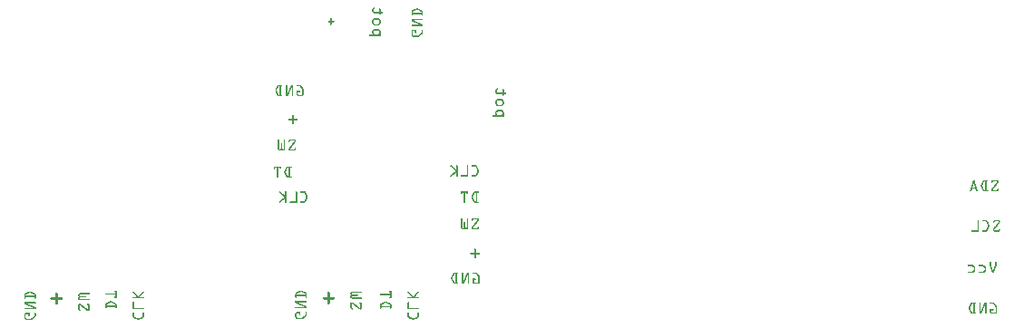
<source format=gbo>
G04 MADE WITH FRITZING*
G04 WWW.FRITZING.ORG*
G04 DOUBLE SIDED*
G04 HOLES PLATED*
G04 CONTOUR ON CENTER OF CONTOUR VECTOR*
%ASAXBY*%
%FSLAX23Y23*%
%MOIN*%
%OFA0B0*%
%SFA1.0B1.0*%
%ADD10R,0.001000X0.001000*%
%LNSILK0*%
G90*
G70*
G54D10*
X2134Y5634D02*
X2136Y5634D01*
X2132Y5633D02*
X2137Y5633D01*
X2131Y5632D02*
X2137Y5632D01*
X2130Y5631D02*
X2137Y5631D01*
X2155Y5631D02*
X2157Y5631D01*
X2289Y5631D02*
X2296Y5631D01*
X2129Y5630D02*
X2137Y5630D01*
X2154Y5630D02*
X2158Y5630D01*
X2286Y5630D02*
X2298Y5630D01*
X2129Y5629D02*
X2135Y5629D01*
X2154Y5629D02*
X2158Y5629D01*
X2284Y5629D02*
X2300Y5629D01*
X2128Y5628D02*
X2133Y5628D01*
X2154Y5628D02*
X2158Y5628D01*
X2282Y5628D02*
X2302Y5628D01*
X2128Y5627D02*
X2133Y5627D01*
X2154Y5627D02*
X2158Y5627D01*
X2280Y5627D02*
X2304Y5627D01*
X2128Y5626D02*
X2133Y5626D01*
X2154Y5626D02*
X2158Y5626D01*
X2278Y5626D02*
X2290Y5626D01*
X2295Y5626D02*
X2306Y5626D01*
X2128Y5625D02*
X2133Y5625D01*
X2154Y5625D02*
X2158Y5625D01*
X2276Y5625D02*
X2287Y5625D01*
X2297Y5625D02*
X2308Y5625D01*
X2128Y5624D02*
X2133Y5624D01*
X2154Y5624D02*
X2158Y5624D01*
X2275Y5624D02*
X2286Y5624D01*
X2299Y5624D02*
X2310Y5624D01*
X2128Y5623D02*
X2133Y5623D01*
X2154Y5623D02*
X2158Y5623D01*
X2274Y5623D02*
X2284Y5623D01*
X2301Y5623D02*
X2311Y5623D01*
X2128Y5622D02*
X2133Y5622D01*
X2154Y5622D02*
X2158Y5622D01*
X2273Y5622D02*
X2282Y5622D01*
X2303Y5622D02*
X2312Y5622D01*
X2128Y5621D02*
X2133Y5621D01*
X2154Y5621D02*
X2158Y5621D01*
X2272Y5621D02*
X2280Y5621D01*
X2305Y5621D02*
X2312Y5621D01*
X2128Y5620D02*
X2133Y5620D01*
X2154Y5620D02*
X2158Y5620D01*
X2272Y5620D02*
X2278Y5620D01*
X2307Y5620D02*
X2313Y5620D01*
X2128Y5619D02*
X2134Y5619D01*
X2154Y5619D02*
X2158Y5619D01*
X2272Y5619D02*
X2277Y5619D01*
X2308Y5619D02*
X2313Y5619D01*
X2129Y5618D02*
X2166Y5618D01*
X2272Y5618D02*
X2276Y5618D01*
X2308Y5618D02*
X2313Y5618D01*
X2129Y5617D02*
X2167Y5617D01*
X2272Y5617D02*
X2276Y5617D01*
X2309Y5617D02*
X2313Y5617D01*
X2130Y5616D02*
X2167Y5616D01*
X2272Y5616D02*
X2276Y5616D01*
X2309Y5616D02*
X2313Y5616D01*
X2131Y5615D02*
X2167Y5615D01*
X2272Y5615D02*
X2313Y5615D01*
X2132Y5614D02*
X2167Y5614D01*
X2272Y5614D02*
X2313Y5614D01*
X2134Y5613D02*
X2166Y5613D01*
X2272Y5613D02*
X2313Y5613D01*
X2154Y5612D02*
X2158Y5612D01*
X2272Y5612D02*
X2313Y5612D01*
X2154Y5611D02*
X2158Y5611D01*
X2272Y5611D02*
X2313Y5611D01*
X2154Y5610D02*
X2158Y5610D01*
X2272Y5610D02*
X2276Y5610D01*
X2308Y5610D02*
X2313Y5610D01*
X2154Y5609D02*
X2158Y5609D01*
X2272Y5609D02*
X2276Y5609D01*
X2309Y5609D02*
X2313Y5609D01*
X2155Y5608D02*
X2157Y5608D01*
X2272Y5608D02*
X2276Y5608D01*
X2309Y5608D02*
X2313Y5608D01*
X2272Y5607D02*
X2276Y5607D01*
X2309Y5607D02*
X2313Y5607D01*
X2272Y5606D02*
X2276Y5606D01*
X2309Y5606D02*
X2313Y5606D01*
X2273Y5605D02*
X2274Y5605D01*
X2310Y5605D02*
X2311Y5605D01*
X1974Y5596D02*
X1977Y5596D01*
X1974Y5595D02*
X1978Y5595D01*
X2136Y5595D02*
X2150Y5595D01*
X1973Y5594D02*
X1978Y5594D01*
X2134Y5594D02*
X2153Y5594D01*
X1973Y5593D02*
X1978Y5593D01*
X2133Y5593D02*
X2154Y5593D01*
X1973Y5592D02*
X1978Y5592D01*
X2132Y5592D02*
X2155Y5592D01*
X2272Y5592D02*
X2312Y5592D01*
X1973Y5591D02*
X1978Y5591D01*
X2131Y5591D02*
X2156Y5591D01*
X2272Y5591D02*
X2313Y5591D01*
X1973Y5590D02*
X1978Y5590D01*
X2130Y5590D02*
X2156Y5590D01*
X2272Y5590D02*
X2313Y5590D01*
X1973Y5589D02*
X1978Y5589D01*
X2129Y5589D02*
X2135Y5589D01*
X2151Y5589D02*
X2157Y5589D01*
X2272Y5589D02*
X2313Y5589D01*
X1973Y5588D02*
X1978Y5588D01*
X2129Y5588D02*
X2134Y5588D01*
X2152Y5588D02*
X2158Y5588D01*
X2272Y5588D02*
X2312Y5588D01*
X1973Y5587D02*
X1978Y5587D01*
X2128Y5587D02*
X2133Y5587D01*
X2153Y5587D02*
X2158Y5587D01*
X2272Y5587D02*
X2281Y5587D01*
X1967Y5586D02*
X1987Y5586D01*
X2128Y5586D02*
X2133Y5586D01*
X2153Y5586D02*
X2158Y5586D01*
X2272Y5586D02*
X2283Y5586D01*
X1967Y5585D02*
X1988Y5585D01*
X2128Y5585D02*
X2133Y5585D01*
X2154Y5585D02*
X2158Y5585D01*
X2272Y5585D02*
X2285Y5585D01*
X1967Y5584D02*
X1989Y5584D01*
X2128Y5584D02*
X2133Y5584D01*
X2154Y5584D02*
X2158Y5584D01*
X2275Y5584D02*
X2287Y5584D01*
X1967Y5583D02*
X1989Y5583D01*
X2128Y5583D02*
X2133Y5583D01*
X2154Y5583D02*
X2158Y5583D01*
X2277Y5583D02*
X2290Y5583D01*
X1967Y5582D02*
X1988Y5582D01*
X2128Y5582D02*
X2133Y5582D01*
X2154Y5582D02*
X2158Y5582D01*
X2279Y5582D02*
X2292Y5582D01*
X1967Y5581D02*
X1987Y5581D01*
X2128Y5581D02*
X2133Y5581D01*
X2154Y5581D02*
X2158Y5581D01*
X2281Y5581D02*
X2294Y5581D01*
X1973Y5580D02*
X1978Y5580D01*
X2128Y5580D02*
X2133Y5580D01*
X2154Y5580D02*
X2158Y5580D01*
X2284Y5580D02*
X2297Y5580D01*
X1973Y5579D02*
X1978Y5579D01*
X2128Y5579D02*
X2133Y5579D01*
X2154Y5579D02*
X2158Y5579D01*
X2286Y5579D02*
X2299Y5579D01*
X1973Y5578D02*
X1978Y5578D01*
X2128Y5578D02*
X2133Y5578D01*
X2154Y5578D02*
X2158Y5578D01*
X2288Y5578D02*
X2301Y5578D01*
X1973Y5577D02*
X1978Y5577D01*
X2128Y5577D02*
X2133Y5577D01*
X2153Y5577D02*
X2158Y5577D01*
X2291Y5577D02*
X2303Y5577D01*
X1973Y5576D02*
X1978Y5576D01*
X2129Y5576D02*
X2134Y5576D01*
X2153Y5576D02*
X2158Y5576D01*
X2293Y5576D02*
X2306Y5576D01*
X1973Y5575D02*
X1978Y5575D01*
X2129Y5575D02*
X2135Y5575D01*
X2152Y5575D02*
X2157Y5575D01*
X2295Y5575D02*
X2308Y5575D01*
X1973Y5574D02*
X1978Y5574D01*
X2129Y5574D02*
X2136Y5574D01*
X2151Y5574D02*
X2157Y5574D01*
X2297Y5574D02*
X2310Y5574D01*
X1973Y5573D02*
X1978Y5573D01*
X2130Y5573D02*
X2156Y5573D01*
X2300Y5573D02*
X2312Y5573D01*
X1973Y5572D02*
X1978Y5572D01*
X2131Y5572D02*
X2155Y5572D01*
X2302Y5572D02*
X2313Y5572D01*
X1974Y5571D02*
X1977Y5571D01*
X2132Y5571D02*
X2154Y5571D01*
X2275Y5571D02*
X2313Y5571D01*
X1975Y5570D02*
X1976Y5570D01*
X2133Y5570D02*
X2153Y5570D01*
X2272Y5570D02*
X2313Y5570D01*
X2134Y5569D02*
X2152Y5569D01*
X2272Y5569D02*
X2313Y5569D01*
X2272Y5568D02*
X2313Y5568D01*
X2272Y5567D02*
X2313Y5567D01*
X2273Y5566D02*
X2313Y5566D01*
X2140Y5556D02*
X2147Y5556D01*
X2135Y5555D02*
X2151Y5555D01*
X2134Y5554D02*
X2152Y5554D01*
X2133Y5553D02*
X2153Y5553D01*
X2277Y5553D02*
X2290Y5553D01*
X2310Y5553D02*
X2312Y5553D01*
X2132Y5552D02*
X2154Y5552D01*
X2275Y5552D02*
X2290Y5552D01*
X2309Y5552D02*
X2313Y5552D01*
X2131Y5551D02*
X2155Y5551D01*
X2274Y5551D02*
X2290Y5551D01*
X2309Y5551D02*
X2313Y5551D01*
X2130Y5550D02*
X2137Y5550D01*
X2149Y5550D02*
X2156Y5550D01*
X2273Y5550D02*
X2290Y5550D01*
X2309Y5550D02*
X2313Y5550D01*
X2129Y5549D02*
X2136Y5549D01*
X2151Y5549D02*
X2157Y5549D01*
X2273Y5549D02*
X2290Y5549D01*
X2309Y5549D02*
X2313Y5549D01*
X2129Y5548D02*
X2135Y5548D01*
X2151Y5548D02*
X2158Y5548D01*
X2272Y5548D02*
X2290Y5548D01*
X2309Y5548D02*
X2313Y5548D01*
X2128Y5547D02*
X2134Y5547D01*
X2152Y5547D02*
X2158Y5547D01*
X2272Y5547D02*
X2277Y5547D01*
X2285Y5547D02*
X2290Y5547D01*
X2309Y5547D02*
X2313Y5547D01*
X2128Y5546D02*
X2133Y5546D01*
X2153Y5546D02*
X2159Y5546D01*
X2272Y5546D02*
X2276Y5546D01*
X2285Y5546D02*
X2290Y5546D01*
X2309Y5546D02*
X2313Y5546D01*
X2127Y5545D02*
X2132Y5545D01*
X2154Y5545D02*
X2159Y5545D01*
X2272Y5545D02*
X2276Y5545D01*
X2285Y5545D02*
X2290Y5545D01*
X2309Y5545D02*
X2313Y5545D01*
X2127Y5544D02*
X2132Y5544D01*
X2155Y5544D02*
X2159Y5544D01*
X2272Y5544D02*
X2276Y5544D01*
X2285Y5544D02*
X2290Y5544D01*
X2309Y5544D02*
X2313Y5544D01*
X2127Y5543D02*
X2132Y5543D01*
X2155Y5543D02*
X2159Y5543D01*
X2272Y5543D02*
X2276Y5543D01*
X2285Y5543D02*
X2290Y5543D01*
X2309Y5543D02*
X2313Y5543D01*
X2127Y5542D02*
X2132Y5542D01*
X2155Y5542D02*
X2159Y5542D01*
X2272Y5542D02*
X2276Y5542D01*
X2286Y5542D02*
X2290Y5542D01*
X2308Y5542D02*
X2313Y5542D01*
X2127Y5541D02*
X2132Y5541D01*
X2155Y5541D02*
X2159Y5541D01*
X2272Y5541D02*
X2276Y5541D01*
X2286Y5541D02*
X2289Y5541D01*
X2308Y5541D02*
X2313Y5541D01*
X2127Y5540D02*
X2132Y5540D01*
X2154Y5540D02*
X2159Y5540D01*
X2272Y5540D02*
X2276Y5540D01*
X2287Y5540D02*
X2288Y5540D01*
X2307Y5540D02*
X2313Y5540D01*
X2128Y5539D02*
X2133Y5539D01*
X2153Y5539D02*
X2159Y5539D01*
X2272Y5539D02*
X2276Y5539D01*
X2306Y5539D02*
X2312Y5539D01*
X2128Y5538D02*
X2134Y5538D01*
X2152Y5538D02*
X2158Y5538D01*
X2272Y5538D02*
X2276Y5538D01*
X2305Y5538D02*
X2312Y5538D01*
X2129Y5537D02*
X2135Y5537D01*
X2151Y5537D02*
X2158Y5537D01*
X2272Y5537D02*
X2276Y5537D01*
X2303Y5537D02*
X2311Y5537D01*
X2129Y5536D02*
X2136Y5536D01*
X2150Y5536D02*
X2157Y5536D01*
X2272Y5536D02*
X2276Y5536D01*
X2302Y5536D02*
X2310Y5536D01*
X2130Y5535D02*
X2137Y5535D01*
X2149Y5535D02*
X2156Y5535D01*
X2272Y5535D02*
X2276Y5535D01*
X2301Y5535D02*
X2309Y5535D01*
X2118Y5534D02*
X2158Y5534D01*
X2272Y5534D02*
X2276Y5534D01*
X2299Y5534D02*
X2307Y5534D01*
X2117Y5533D02*
X2159Y5533D01*
X2272Y5533D02*
X2277Y5533D01*
X2298Y5533D02*
X2306Y5533D01*
X2117Y5532D02*
X2159Y5532D01*
X2272Y5532D02*
X2278Y5532D01*
X2296Y5532D02*
X2305Y5532D01*
X2117Y5531D02*
X2159Y5531D01*
X2272Y5531D02*
X2304Y5531D01*
X2117Y5530D02*
X2159Y5530D01*
X2273Y5530D02*
X2302Y5530D01*
X2119Y5529D02*
X2157Y5529D01*
X2274Y5529D02*
X2301Y5529D01*
X2275Y5528D02*
X2300Y5528D01*
X2276Y5527D02*
X2298Y5527D01*
X1783Y5350D02*
X1796Y5350D01*
X1812Y5350D02*
X1814Y5350D01*
X1830Y5350D02*
X1837Y5350D01*
X1851Y5350D02*
X1863Y5350D01*
X1781Y5349D02*
X1797Y5349D01*
X1811Y5349D02*
X1815Y5349D01*
X1830Y5349D02*
X1837Y5349D01*
X1850Y5349D02*
X1864Y5349D01*
X1780Y5348D02*
X1797Y5348D01*
X1811Y5348D02*
X1815Y5348D01*
X1829Y5348D02*
X1837Y5348D01*
X1850Y5348D02*
X1866Y5348D01*
X1779Y5347D02*
X1797Y5347D01*
X1811Y5347D02*
X1815Y5347D01*
X1829Y5347D02*
X1837Y5347D01*
X1850Y5347D02*
X1867Y5347D01*
X1778Y5346D02*
X1797Y5346D01*
X1811Y5346D02*
X1815Y5346D01*
X1828Y5346D02*
X1837Y5346D01*
X1851Y5346D02*
X1867Y5346D01*
X1778Y5345D02*
X1794Y5345D01*
X1811Y5345D02*
X1815Y5345D01*
X1828Y5345D02*
X1837Y5345D01*
X1853Y5345D02*
X1868Y5345D01*
X1777Y5344D02*
X1783Y5344D01*
X1788Y5344D02*
X1792Y5344D01*
X1811Y5344D02*
X1815Y5344D01*
X1828Y5344D02*
X1837Y5344D01*
X1863Y5344D02*
X1869Y5344D01*
X1777Y5343D02*
X1782Y5343D01*
X1788Y5343D02*
X1792Y5343D01*
X1811Y5343D02*
X1815Y5343D01*
X1827Y5343D02*
X1837Y5343D01*
X1864Y5343D02*
X1870Y5343D01*
X1776Y5342D02*
X1781Y5342D01*
X1788Y5342D02*
X1792Y5342D01*
X1811Y5342D02*
X1815Y5342D01*
X1827Y5342D02*
X1837Y5342D01*
X1864Y5342D02*
X1870Y5342D01*
X1776Y5341D02*
X1781Y5341D01*
X1788Y5341D02*
X1792Y5341D01*
X1811Y5341D02*
X1815Y5341D01*
X1826Y5341D02*
X1837Y5341D01*
X1865Y5341D02*
X1871Y5341D01*
X1775Y5340D02*
X1780Y5340D01*
X1788Y5340D02*
X1792Y5340D01*
X1811Y5340D02*
X1815Y5340D01*
X1826Y5340D02*
X1837Y5340D01*
X1866Y5340D02*
X1872Y5340D01*
X1775Y5339D02*
X1780Y5339D01*
X1788Y5339D02*
X1792Y5339D01*
X1811Y5339D02*
X1815Y5339D01*
X1825Y5339D02*
X1830Y5339D01*
X1832Y5339D02*
X1837Y5339D01*
X1867Y5339D02*
X1873Y5339D01*
X1774Y5338D02*
X1779Y5338D01*
X1788Y5338D02*
X1792Y5338D01*
X1811Y5338D02*
X1815Y5338D01*
X1825Y5338D02*
X1830Y5338D01*
X1832Y5338D02*
X1837Y5338D01*
X1868Y5338D02*
X1873Y5338D01*
X1774Y5337D02*
X1779Y5337D01*
X1788Y5337D02*
X1792Y5337D01*
X1811Y5337D02*
X1815Y5337D01*
X1825Y5337D02*
X1830Y5337D01*
X1832Y5337D02*
X1837Y5337D01*
X1868Y5337D02*
X1874Y5337D01*
X2586Y5337D02*
X2589Y5337D01*
X1773Y5336D02*
X1778Y5336D01*
X1788Y5336D02*
X1792Y5336D01*
X1811Y5336D02*
X1815Y5336D01*
X1824Y5336D02*
X1829Y5336D01*
X1832Y5336D02*
X1837Y5336D01*
X1869Y5336D02*
X1875Y5336D01*
X2584Y5336D02*
X2590Y5336D01*
X1773Y5335D02*
X1778Y5335D01*
X1788Y5335D02*
X1792Y5335D01*
X1811Y5335D02*
X1815Y5335D01*
X1824Y5335D02*
X1829Y5335D01*
X1832Y5335D02*
X1837Y5335D01*
X1870Y5335D02*
X1875Y5335D01*
X2583Y5335D02*
X2590Y5335D01*
X1772Y5334D02*
X1777Y5334D01*
X1788Y5334D02*
X1792Y5334D01*
X1811Y5334D02*
X1815Y5334D01*
X1823Y5334D02*
X1828Y5334D01*
X1832Y5334D02*
X1837Y5334D01*
X1871Y5334D02*
X1876Y5334D01*
X2582Y5334D02*
X2590Y5334D01*
X2607Y5334D02*
X2610Y5334D01*
X1772Y5333D02*
X1777Y5333D01*
X1788Y5333D02*
X1792Y5333D01*
X1811Y5333D02*
X1815Y5333D01*
X1823Y5333D02*
X1828Y5333D01*
X1832Y5333D02*
X1837Y5333D01*
X1871Y5333D02*
X1876Y5333D01*
X2582Y5333D02*
X2589Y5333D01*
X2607Y5333D02*
X2611Y5333D01*
X1772Y5332D02*
X1776Y5332D01*
X1788Y5332D02*
X1792Y5332D01*
X1811Y5332D02*
X1815Y5332D01*
X1822Y5332D02*
X1827Y5332D01*
X1832Y5332D02*
X1837Y5332D01*
X1871Y5332D02*
X1876Y5332D01*
X2581Y5332D02*
X2588Y5332D01*
X2606Y5332D02*
X2611Y5332D01*
X1772Y5331D02*
X1776Y5331D01*
X1788Y5331D02*
X1792Y5331D01*
X1811Y5331D02*
X1815Y5331D01*
X1822Y5331D02*
X1827Y5331D01*
X1832Y5331D02*
X1837Y5331D01*
X1871Y5331D02*
X1876Y5331D01*
X2581Y5331D02*
X2586Y5331D01*
X2606Y5331D02*
X2611Y5331D01*
X1771Y5330D02*
X1776Y5330D01*
X1788Y5330D02*
X1792Y5330D01*
X1811Y5330D02*
X1815Y5330D01*
X1821Y5330D02*
X1827Y5330D01*
X1832Y5330D02*
X1837Y5330D01*
X1871Y5330D02*
X1876Y5330D01*
X2581Y5330D02*
X2586Y5330D01*
X2606Y5330D02*
X2611Y5330D01*
X1771Y5329D02*
X1776Y5329D01*
X1788Y5329D02*
X1792Y5329D01*
X1811Y5329D02*
X1815Y5329D01*
X1821Y5329D02*
X1826Y5329D01*
X1832Y5329D02*
X1837Y5329D01*
X1871Y5329D02*
X1876Y5329D01*
X2581Y5329D02*
X2585Y5329D01*
X2606Y5329D02*
X2611Y5329D01*
X1771Y5328D02*
X1776Y5328D01*
X1788Y5328D02*
X1792Y5328D01*
X1811Y5328D02*
X1815Y5328D01*
X1821Y5328D02*
X1826Y5328D01*
X1832Y5328D02*
X1837Y5328D01*
X1871Y5328D02*
X1876Y5328D01*
X2581Y5328D02*
X2585Y5328D01*
X2606Y5328D02*
X2611Y5328D01*
X1772Y5327D02*
X1776Y5327D01*
X1788Y5327D02*
X1792Y5327D01*
X1811Y5327D02*
X1815Y5327D01*
X1820Y5327D02*
X1825Y5327D01*
X1832Y5327D02*
X1837Y5327D01*
X1850Y5327D02*
X1861Y5327D01*
X1871Y5327D02*
X1876Y5327D01*
X2581Y5327D02*
X2585Y5327D01*
X2606Y5327D02*
X2611Y5327D01*
X1772Y5326D02*
X1777Y5326D01*
X1788Y5326D02*
X1792Y5326D01*
X1811Y5326D02*
X1815Y5326D01*
X1820Y5326D02*
X1825Y5326D01*
X1832Y5326D02*
X1837Y5326D01*
X1850Y5326D02*
X1862Y5326D01*
X1871Y5326D02*
X1876Y5326D01*
X2581Y5326D02*
X2585Y5326D01*
X2606Y5326D02*
X2611Y5326D01*
X1772Y5325D02*
X1777Y5325D01*
X1788Y5325D02*
X1792Y5325D01*
X1811Y5325D02*
X1815Y5325D01*
X1819Y5325D02*
X1824Y5325D01*
X1832Y5325D02*
X1837Y5325D01*
X1850Y5325D02*
X1862Y5325D01*
X1871Y5325D02*
X1876Y5325D01*
X2581Y5325D02*
X2585Y5325D01*
X2606Y5325D02*
X2611Y5325D01*
X1773Y5324D02*
X1778Y5324D01*
X1788Y5324D02*
X1792Y5324D01*
X1811Y5324D02*
X1815Y5324D01*
X1819Y5324D02*
X1824Y5324D01*
X1832Y5324D02*
X1837Y5324D01*
X1850Y5324D02*
X1862Y5324D01*
X1871Y5324D02*
X1876Y5324D01*
X2581Y5324D02*
X2585Y5324D01*
X2606Y5324D02*
X2611Y5324D01*
X1773Y5323D02*
X1778Y5323D01*
X1788Y5323D02*
X1792Y5323D01*
X1811Y5323D02*
X1815Y5323D01*
X1818Y5323D02*
X1823Y5323D01*
X1832Y5323D02*
X1837Y5323D01*
X1850Y5323D02*
X1862Y5323D01*
X1871Y5323D02*
X1876Y5323D01*
X2581Y5323D02*
X2586Y5323D01*
X2606Y5323D02*
X2611Y5323D01*
X1774Y5322D02*
X1779Y5322D01*
X1788Y5322D02*
X1792Y5322D01*
X1811Y5322D02*
X1815Y5322D01*
X1818Y5322D02*
X1823Y5322D01*
X1832Y5322D02*
X1837Y5322D01*
X1850Y5322D02*
X1860Y5322D01*
X1871Y5322D02*
X1876Y5322D01*
X2581Y5322D02*
X2586Y5322D01*
X2606Y5322D02*
X2611Y5322D01*
X1774Y5321D02*
X1779Y5321D01*
X1788Y5321D02*
X1792Y5321D01*
X1811Y5321D02*
X1815Y5321D01*
X1818Y5321D02*
X1823Y5321D01*
X1832Y5321D02*
X1837Y5321D01*
X1850Y5321D02*
X1854Y5321D01*
X1871Y5321D02*
X1876Y5321D01*
X2581Y5321D02*
X2619Y5321D01*
X1774Y5320D02*
X1780Y5320D01*
X1788Y5320D02*
X1792Y5320D01*
X1811Y5320D02*
X1815Y5320D01*
X1817Y5320D02*
X1822Y5320D01*
X1832Y5320D02*
X1837Y5320D01*
X1850Y5320D02*
X1854Y5320D01*
X1871Y5320D02*
X1876Y5320D01*
X2582Y5320D02*
X2620Y5320D01*
X1775Y5319D02*
X1780Y5319D01*
X1788Y5319D02*
X1792Y5319D01*
X1811Y5319D02*
X1815Y5319D01*
X1817Y5319D02*
X1822Y5319D01*
X1832Y5319D02*
X1837Y5319D01*
X1850Y5319D02*
X1854Y5319D01*
X1871Y5319D02*
X1876Y5319D01*
X2583Y5319D02*
X2620Y5319D01*
X1775Y5318D02*
X1781Y5318D01*
X1788Y5318D02*
X1792Y5318D01*
X1811Y5318D02*
X1821Y5318D01*
X1832Y5318D02*
X1837Y5318D01*
X1850Y5318D02*
X1854Y5318D01*
X1871Y5318D02*
X1876Y5318D01*
X2584Y5318D02*
X2620Y5318D01*
X1776Y5317D02*
X1781Y5317D01*
X1788Y5317D02*
X1792Y5317D01*
X1811Y5317D02*
X1821Y5317D01*
X1832Y5317D02*
X1837Y5317D01*
X1850Y5317D02*
X1854Y5317D01*
X1871Y5317D02*
X1876Y5317D01*
X2585Y5317D02*
X2620Y5317D01*
X1776Y5316D02*
X1782Y5316D01*
X1788Y5316D02*
X1792Y5316D01*
X1811Y5316D02*
X1820Y5316D01*
X1832Y5316D02*
X1837Y5316D01*
X1850Y5316D02*
X1854Y5316D01*
X1871Y5316D02*
X1876Y5316D01*
X2588Y5316D02*
X2618Y5316D01*
X1777Y5315D02*
X1782Y5315D01*
X1788Y5315D02*
X1792Y5315D01*
X1811Y5315D02*
X1820Y5315D01*
X1832Y5315D02*
X1837Y5315D01*
X1850Y5315D02*
X1855Y5315D01*
X1871Y5315D02*
X1876Y5315D01*
X2606Y5315D02*
X2611Y5315D01*
X1777Y5314D02*
X1783Y5314D01*
X1788Y5314D02*
X1792Y5314D01*
X1811Y5314D02*
X1820Y5314D01*
X1832Y5314D02*
X1837Y5314D01*
X1850Y5314D02*
X1856Y5314D01*
X1870Y5314D02*
X1876Y5314D01*
X2606Y5314D02*
X2611Y5314D01*
X1778Y5313D02*
X1796Y5313D01*
X1811Y5313D02*
X1819Y5313D01*
X1832Y5313D02*
X1837Y5313D01*
X1851Y5313D02*
X1875Y5313D01*
X2606Y5313D02*
X2611Y5313D01*
X1779Y5312D02*
X1797Y5312D01*
X1811Y5312D02*
X1819Y5312D01*
X1832Y5312D02*
X1837Y5312D01*
X1851Y5312D02*
X1875Y5312D01*
X2607Y5312D02*
X2611Y5312D01*
X1779Y5311D02*
X1797Y5311D01*
X1811Y5311D02*
X1818Y5311D01*
X1832Y5311D02*
X1837Y5311D01*
X1852Y5311D02*
X1874Y5311D01*
X2607Y5311D02*
X2610Y5311D01*
X1780Y5310D02*
X1797Y5310D01*
X1811Y5310D02*
X1818Y5310D01*
X1832Y5310D02*
X1837Y5310D01*
X1853Y5310D02*
X1873Y5310D01*
X1782Y5309D02*
X1797Y5309D01*
X1811Y5309D02*
X1817Y5309D01*
X1833Y5309D02*
X1836Y5309D01*
X1854Y5309D02*
X1872Y5309D01*
X1786Y5308D02*
X1795Y5308D01*
X1811Y5308D02*
X1817Y5308D01*
X1858Y5308D02*
X1868Y5308D01*
X2588Y5298D02*
X2603Y5298D01*
X2586Y5297D02*
X2605Y5297D01*
X2585Y5296D02*
X2607Y5296D01*
X2584Y5295D02*
X2608Y5295D01*
X2583Y5294D02*
X2608Y5294D01*
X2583Y5293D02*
X2609Y5293D01*
X2582Y5292D02*
X2588Y5292D01*
X2604Y5292D02*
X2610Y5292D01*
X2581Y5291D02*
X2587Y5291D01*
X2605Y5291D02*
X2610Y5291D01*
X2581Y5290D02*
X2586Y5290D01*
X2606Y5290D02*
X2611Y5290D01*
X2581Y5289D02*
X2586Y5289D01*
X2606Y5289D02*
X2611Y5289D01*
X2581Y5288D02*
X2585Y5288D01*
X2606Y5288D02*
X2611Y5288D01*
X2581Y5287D02*
X2585Y5287D01*
X2606Y5287D02*
X2611Y5287D01*
X2581Y5286D02*
X2585Y5286D01*
X2606Y5286D02*
X2611Y5286D01*
X2581Y5285D02*
X2585Y5285D01*
X2606Y5285D02*
X2611Y5285D01*
X2581Y5284D02*
X2585Y5284D01*
X2606Y5284D02*
X2611Y5284D01*
X2581Y5283D02*
X2585Y5283D01*
X2606Y5283D02*
X2611Y5283D01*
X2581Y5282D02*
X2585Y5282D01*
X2606Y5282D02*
X2611Y5282D01*
X2581Y5281D02*
X2585Y5281D01*
X2606Y5281D02*
X2611Y5281D01*
X2581Y5280D02*
X2586Y5280D01*
X2606Y5280D02*
X2611Y5280D01*
X2581Y5279D02*
X2587Y5279D01*
X2605Y5279D02*
X2610Y5279D01*
X2582Y5278D02*
X2587Y5278D01*
X2604Y5278D02*
X2610Y5278D01*
X2582Y5277D02*
X2589Y5277D01*
X2603Y5277D02*
X2610Y5277D01*
X2583Y5276D02*
X2609Y5276D01*
X2584Y5275D02*
X2608Y5275D01*
X2585Y5274D02*
X2607Y5274D01*
X2586Y5273D02*
X2606Y5273D01*
X2587Y5272D02*
X2604Y5272D01*
X2591Y5259D02*
X2601Y5259D01*
X2588Y5258D02*
X2604Y5258D01*
X2587Y5257D02*
X2605Y5257D01*
X2586Y5256D02*
X2606Y5256D01*
X2585Y5255D02*
X2607Y5255D01*
X2584Y5254D02*
X2608Y5254D01*
X2583Y5253D02*
X2589Y5253D01*
X2602Y5253D02*
X2609Y5253D01*
X2582Y5252D02*
X2588Y5252D01*
X2603Y5252D02*
X2610Y5252D01*
X2581Y5251D02*
X2588Y5251D01*
X2604Y5251D02*
X2610Y5251D01*
X2581Y5250D02*
X2587Y5250D01*
X2605Y5250D02*
X2611Y5250D01*
X2580Y5249D02*
X2586Y5249D01*
X2606Y5249D02*
X2611Y5249D01*
X2580Y5248D02*
X2585Y5248D01*
X2607Y5248D02*
X2612Y5248D01*
X2580Y5247D02*
X2584Y5247D01*
X2607Y5247D02*
X2612Y5247D01*
X2580Y5246D02*
X2584Y5246D01*
X2607Y5246D02*
X2612Y5246D01*
X2580Y5245D02*
X2584Y5245D01*
X2607Y5245D02*
X2612Y5245D01*
X2580Y5244D02*
X2585Y5244D01*
X2607Y5244D02*
X2612Y5244D01*
X2580Y5243D02*
X2585Y5243D01*
X2607Y5243D02*
X2612Y5243D01*
X2580Y5242D02*
X2586Y5242D01*
X2606Y5242D02*
X2611Y5242D01*
X2581Y5241D02*
X2587Y5241D01*
X2605Y5241D02*
X2611Y5241D01*
X1835Y5240D02*
X1839Y5240D01*
X2582Y5240D02*
X2588Y5240D01*
X2604Y5240D02*
X2610Y5240D01*
X1835Y5239D02*
X1839Y5239D01*
X2582Y5239D02*
X2589Y5239D01*
X2603Y5239D02*
X2609Y5239D01*
X1834Y5238D02*
X1840Y5238D01*
X2583Y5238D02*
X2590Y5238D01*
X2601Y5238D02*
X2608Y5238D01*
X1834Y5237D02*
X1840Y5237D01*
X2571Y5237D02*
X2611Y5237D01*
X1834Y5236D02*
X1840Y5236D01*
X2570Y5236D02*
X2612Y5236D01*
X1834Y5235D02*
X1840Y5235D01*
X2569Y5235D02*
X2612Y5235D01*
X1834Y5234D02*
X1840Y5234D01*
X2569Y5234D02*
X2612Y5234D01*
X1834Y5233D02*
X1840Y5233D01*
X2570Y5233D02*
X2611Y5233D01*
X1834Y5232D02*
X1840Y5232D01*
X2572Y5232D02*
X2609Y5232D01*
X1834Y5231D02*
X1840Y5231D01*
X1834Y5230D02*
X1840Y5230D01*
X1834Y5229D02*
X1840Y5229D01*
X1834Y5228D02*
X1840Y5228D01*
X1834Y5227D02*
X1840Y5227D01*
X1822Y5226D02*
X1852Y5226D01*
X1820Y5225D02*
X1853Y5225D01*
X1820Y5224D02*
X1854Y5224D01*
X1820Y5223D02*
X1854Y5223D01*
X1820Y5222D02*
X1854Y5222D01*
X1821Y5221D02*
X1853Y5221D01*
X1822Y5220D02*
X1852Y5220D01*
X1834Y5219D02*
X1840Y5219D01*
X1834Y5218D02*
X1840Y5218D01*
X1834Y5217D02*
X1840Y5217D01*
X1834Y5216D02*
X1840Y5216D01*
X1834Y5215D02*
X1840Y5215D01*
X1834Y5214D02*
X1840Y5214D01*
X1834Y5213D02*
X1840Y5213D01*
X1834Y5212D02*
X1840Y5212D01*
X1834Y5211D02*
X1840Y5211D01*
X1834Y5210D02*
X1840Y5210D01*
X1834Y5209D02*
X1840Y5209D01*
X1834Y5208D02*
X1840Y5208D01*
X1835Y5207D02*
X1839Y5207D01*
X1836Y5206D02*
X1838Y5206D01*
X1783Y5150D02*
X1784Y5150D01*
X1805Y5150D02*
X1805Y5150D01*
X1827Y5150D02*
X1842Y5150D01*
X1782Y5149D02*
X1785Y5149D01*
X1804Y5149D02*
X1807Y5149D01*
X1824Y5149D02*
X1844Y5149D01*
X1781Y5148D02*
X1786Y5148D01*
X1803Y5148D02*
X1807Y5148D01*
X1823Y5148D02*
X1845Y5148D01*
X1781Y5147D02*
X1786Y5147D01*
X1803Y5147D02*
X1807Y5147D01*
X1822Y5147D02*
X1846Y5147D01*
X1781Y5146D02*
X1786Y5146D01*
X1803Y5146D02*
X1807Y5146D01*
X1821Y5146D02*
X1846Y5146D01*
X1781Y5145D02*
X1786Y5145D01*
X1803Y5145D02*
X1807Y5145D01*
X1821Y5145D02*
X1847Y5145D01*
X1781Y5144D02*
X1786Y5144D01*
X1803Y5144D02*
X1807Y5144D01*
X1821Y5144D02*
X1826Y5144D01*
X1842Y5144D02*
X1847Y5144D01*
X1781Y5143D02*
X1786Y5143D01*
X1803Y5143D02*
X1807Y5143D01*
X1821Y5143D02*
X1825Y5143D01*
X1842Y5143D02*
X1847Y5143D01*
X1781Y5142D02*
X1786Y5142D01*
X1803Y5142D02*
X1807Y5142D01*
X1821Y5142D02*
X1825Y5142D01*
X1841Y5142D02*
X1846Y5142D01*
X1781Y5141D02*
X1786Y5141D01*
X1803Y5141D02*
X1807Y5141D01*
X1821Y5141D02*
X1824Y5141D01*
X1840Y5141D02*
X1846Y5141D01*
X1781Y5140D02*
X1786Y5140D01*
X1803Y5140D02*
X1807Y5140D01*
X1839Y5140D02*
X1845Y5140D01*
X1781Y5139D02*
X1786Y5139D01*
X1803Y5139D02*
X1807Y5139D01*
X1839Y5139D02*
X1845Y5139D01*
X1781Y5138D02*
X1786Y5138D01*
X1803Y5138D02*
X1807Y5138D01*
X1838Y5138D02*
X1844Y5138D01*
X1781Y5137D02*
X1786Y5137D01*
X1803Y5137D02*
X1807Y5137D01*
X1837Y5137D02*
X1843Y5137D01*
X1781Y5136D02*
X1786Y5136D01*
X1794Y5136D02*
X1795Y5136D01*
X1803Y5136D02*
X1807Y5136D01*
X1836Y5136D02*
X1842Y5136D01*
X1781Y5135D02*
X1786Y5135D01*
X1793Y5135D02*
X1796Y5135D01*
X1803Y5135D02*
X1807Y5135D01*
X1835Y5135D02*
X1841Y5135D01*
X1781Y5134D02*
X1786Y5134D01*
X1792Y5134D02*
X1797Y5134D01*
X1803Y5134D02*
X1807Y5134D01*
X1835Y5134D02*
X1841Y5134D01*
X1781Y5133D02*
X1786Y5133D01*
X1792Y5133D02*
X1797Y5133D01*
X1803Y5133D02*
X1807Y5133D01*
X1834Y5133D02*
X1840Y5133D01*
X1781Y5132D02*
X1786Y5132D01*
X1792Y5132D02*
X1797Y5132D01*
X1803Y5132D02*
X1807Y5132D01*
X1833Y5132D02*
X1839Y5132D01*
X1781Y5131D02*
X1786Y5131D01*
X1792Y5131D02*
X1797Y5131D01*
X1803Y5131D02*
X1807Y5131D01*
X1832Y5131D02*
X1838Y5131D01*
X1781Y5130D02*
X1786Y5130D01*
X1792Y5130D02*
X1797Y5130D01*
X1803Y5130D02*
X1807Y5130D01*
X1832Y5130D02*
X1838Y5130D01*
X1781Y5129D02*
X1786Y5129D01*
X1792Y5129D02*
X1797Y5129D01*
X1803Y5129D02*
X1807Y5129D01*
X1831Y5129D02*
X1837Y5129D01*
X1781Y5128D02*
X1786Y5128D01*
X1792Y5128D02*
X1797Y5128D01*
X1803Y5128D02*
X1807Y5128D01*
X1830Y5128D02*
X1836Y5128D01*
X1781Y5127D02*
X1786Y5127D01*
X1792Y5127D02*
X1797Y5127D01*
X1803Y5127D02*
X1807Y5127D01*
X1829Y5127D02*
X1835Y5127D01*
X1781Y5126D02*
X1786Y5126D01*
X1792Y5126D02*
X1797Y5126D01*
X1803Y5126D02*
X1807Y5126D01*
X1828Y5126D02*
X1834Y5126D01*
X1781Y5125D02*
X1786Y5125D01*
X1792Y5125D02*
X1797Y5125D01*
X1803Y5125D02*
X1807Y5125D01*
X1828Y5125D02*
X1834Y5125D01*
X1781Y5124D02*
X1786Y5124D01*
X1792Y5124D02*
X1797Y5124D01*
X1803Y5124D02*
X1807Y5124D01*
X1827Y5124D02*
X1833Y5124D01*
X1781Y5123D02*
X1786Y5123D01*
X1792Y5123D02*
X1797Y5123D01*
X1803Y5123D02*
X1807Y5123D01*
X1826Y5123D02*
X1832Y5123D01*
X1781Y5122D02*
X1786Y5122D01*
X1792Y5122D02*
X1797Y5122D01*
X1803Y5122D02*
X1807Y5122D01*
X1825Y5122D02*
X1831Y5122D01*
X1781Y5121D02*
X1786Y5121D01*
X1792Y5121D02*
X1797Y5121D01*
X1803Y5121D02*
X1807Y5121D01*
X1825Y5121D02*
X1831Y5121D01*
X1781Y5120D02*
X1786Y5120D01*
X1792Y5120D02*
X1797Y5120D01*
X1803Y5120D02*
X1807Y5120D01*
X1824Y5120D02*
X1830Y5120D01*
X1781Y5119D02*
X1786Y5119D01*
X1792Y5119D02*
X1797Y5119D01*
X1803Y5119D02*
X1807Y5119D01*
X1823Y5119D02*
X1829Y5119D01*
X1781Y5118D02*
X1786Y5118D01*
X1792Y5118D02*
X1797Y5118D01*
X1803Y5118D02*
X1807Y5118D01*
X1822Y5118D02*
X1828Y5118D01*
X1781Y5117D02*
X1786Y5117D01*
X1792Y5117D02*
X1797Y5117D01*
X1803Y5117D02*
X1807Y5117D01*
X1822Y5117D02*
X1828Y5117D01*
X1843Y5117D02*
X1846Y5117D01*
X1781Y5116D02*
X1786Y5116D01*
X1792Y5116D02*
X1797Y5116D01*
X1803Y5116D02*
X1807Y5116D01*
X1821Y5116D02*
X1827Y5116D01*
X1842Y5116D02*
X1846Y5116D01*
X1781Y5115D02*
X1786Y5115D01*
X1792Y5115D02*
X1797Y5115D01*
X1803Y5115D02*
X1807Y5115D01*
X1821Y5115D02*
X1826Y5115D01*
X1842Y5115D02*
X1847Y5115D01*
X1781Y5114D02*
X1787Y5114D01*
X1791Y5114D02*
X1798Y5114D01*
X1802Y5114D02*
X1807Y5114D01*
X1821Y5114D02*
X1825Y5114D01*
X1842Y5114D02*
X1847Y5114D01*
X1782Y5113D02*
X1807Y5113D01*
X1821Y5113D02*
X1846Y5113D01*
X1783Y5112D02*
X1806Y5112D01*
X1821Y5112D02*
X1846Y5112D01*
X1783Y5111D02*
X1806Y5111D01*
X1821Y5111D02*
X1845Y5111D01*
X1784Y5110D02*
X1805Y5110D01*
X1822Y5110D02*
X1845Y5110D01*
X1784Y5109D02*
X1793Y5109D01*
X1795Y5109D02*
X1804Y5109D01*
X1823Y5109D02*
X1844Y5109D01*
X1786Y5108D02*
X1792Y5108D01*
X1796Y5108D02*
X1803Y5108D01*
X1825Y5108D02*
X1842Y5108D01*
X2416Y5054D02*
X2419Y5054D01*
X2438Y5054D02*
X2440Y5054D01*
X2477Y5054D02*
X2479Y5054D01*
X2495Y5054D02*
X2509Y5054D01*
X2415Y5053D02*
X2420Y5053D01*
X2437Y5053D02*
X2441Y5053D01*
X2476Y5053D02*
X2480Y5053D01*
X2494Y5053D02*
X2511Y5053D01*
X2415Y5052D02*
X2421Y5052D01*
X2437Y5052D02*
X2441Y5052D01*
X2476Y5052D02*
X2480Y5052D01*
X2494Y5052D02*
X2512Y5052D01*
X2415Y5051D02*
X2422Y5051D01*
X2437Y5051D02*
X2441Y5051D01*
X2476Y5051D02*
X2480Y5051D01*
X2494Y5051D02*
X2512Y5051D01*
X1766Y5050D02*
X1792Y5050D01*
X1816Y5050D02*
X1830Y5050D01*
X2416Y5050D02*
X2423Y5050D01*
X2437Y5050D02*
X2441Y5050D01*
X2476Y5050D02*
X2480Y5050D01*
X2495Y5050D02*
X2513Y5050D01*
X1766Y5049D02*
X1792Y5049D01*
X1814Y5049D02*
X1831Y5049D01*
X2417Y5049D02*
X2425Y5049D01*
X2437Y5049D02*
X2441Y5049D01*
X2476Y5049D02*
X2480Y5049D01*
X2507Y5049D02*
X2514Y5049D01*
X1766Y5048D02*
X1792Y5048D01*
X1813Y5048D02*
X1831Y5048D01*
X2418Y5048D02*
X2426Y5048D01*
X2437Y5048D02*
X2441Y5048D01*
X2476Y5048D02*
X2480Y5048D01*
X2509Y5048D02*
X2514Y5048D01*
X1766Y5047D02*
X1792Y5047D01*
X1812Y5047D02*
X1831Y5047D01*
X2419Y5047D02*
X2427Y5047D01*
X2437Y5047D02*
X2441Y5047D01*
X2476Y5047D02*
X2480Y5047D01*
X2509Y5047D02*
X2514Y5047D01*
X1766Y5046D02*
X1792Y5046D01*
X1812Y5046D02*
X1830Y5046D01*
X2421Y5046D02*
X2428Y5046D01*
X2437Y5046D02*
X2441Y5046D01*
X2476Y5046D02*
X2480Y5046D01*
X2510Y5046D02*
X2515Y5046D01*
X1766Y5045D02*
X1770Y5045D01*
X1777Y5045D02*
X1781Y5045D01*
X1787Y5045D02*
X1792Y5045D01*
X1811Y5045D02*
X1817Y5045D01*
X1821Y5045D02*
X1826Y5045D01*
X2422Y5045D02*
X2429Y5045D01*
X2437Y5045D02*
X2441Y5045D01*
X2476Y5045D02*
X2480Y5045D01*
X2510Y5045D02*
X2515Y5045D01*
X1766Y5044D02*
X1770Y5044D01*
X1777Y5044D02*
X1781Y5044D01*
X1787Y5044D02*
X1792Y5044D01*
X1811Y5044D02*
X1816Y5044D01*
X1821Y5044D02*
X1826Y5044D01*
X2423Y5044D02*
X2430Y5044D01*
X2437Y5044D02*
X2441Y5044D01*
X2476Y5044D02*
X2480Y5044D01*
X2511Y5044D02*
X2516Y5044D01*
X1766Y5043D02*
X1770Y5043D01*
X1777Y5043D02*
X1781Y5043D01*
X1788Y5043D02*
X1792Y5043D01*
X1810Y5043D02*
X1815Y5043D01*
X1821Y5043D02*
X1826Y5043D01*
X2424Y5043D02*
X2432Y5043D01*
X2437Y5043D02*
X2441Y5043D01*
X2476Y5043D02*
X2480Y5043D01*
X2511Y5043D02*
X2516Y5043D01*
X1766Y5042D02*
X1770Y5042D01*
X1777Y5042D02*
X1781Y5042D01*
X1788Y5042D02*
X1791Y5042D01*
X1810Y5042D02*
X1815Y5042D01*
X1821Y5042D02*
X1826Y5042D01*
X2425Y5042D02*
X2433Y5042D01*
X2437Y5042D02*
X2441Y5042D01*
X2476Y5042D02*
X2480Y5042D01*
X2512Y5042D02*
X2517Y5042D01*
X1768Y5041D02*
X1769Y5041D01*
X1777Y5041D02*
X1781Y5041D01*
X1789Y5041D02*
X1790Y5041D01*
X1809Y5041D02*
X1814Y5041D01*
X1821Y5041D02*
X1826Y5041D01*
X2426Y5041D02*
X2434Y5041D01*
X2437Y5041D02*
X2441Y5041D01*
X2476Y5041D02*
X2480Y5041D01*
X2512Y5041D02*
X2517Y5041D01*
X1777Y5040D02*
X1781Y5040D01*
X1809Y5040D02*
X1814Y5040D01*
X1821Y5040D02*
X1826Y5040D01*
X2428Y5040D02*
X2435Y5040D01*
X2437Y5040D02*
X2441Y5040D01*
X2476Y5040D02*
X2480Y5040D01*
X2513Y5040D02*
X2518Y5040D01*
X1777Y5039D02*
X1781Y5039D01*
X1808Y5039D02*
X1813Y5039D01*
X1821Y5039D02*
X1826Y5039D01*
X2429Y5039D02*
X2441Y5039D01*
X2476Y5039D02*
X2480Y5039D01*
X2513Y5039D02*
X2518Y5039D01*
X1777Y5038D02*
X1781Y5038D01*
X1808Y5038D02*
X1813Y5038D01*
X1821Y5038D02*
X1826Y5038D01*
X2430Y5038D02*
X2441Y5038D01*
X2476Y5038D02*
X2480Y5038D01*
X2514Y5038D02*
X2519Y5038D01*
X1777Y5037D02*
X1781Y5037D01*
X1807Y5037D02*
X1812Y5037D01*
X1821Y5037D02*
X1826Y5037D01*
X2431Y5037D02*
X2441Y5037D01*
X2476Y5037D02*
X2480Y5037D01*
X2514Y5037D02*
X2519Y5037D01*
X1777Y5036D02*
X1781Y5036D01*
X1807Y5036D02*
X1812Y5036D01*
X1821Y5036D02*
X1826Y5036D01*
X2432Y5036D02*
X2441Y5036D01*
X2476Y5036D02*
X2480Y5036D01*
X2515Y5036D02*
X2519Y5036D01*
X1777Y5035D02*
X1781Y5035D01*
X1806Y5035D02*
X1811Y5035D01*
X1821Y5035D02*
X1826Y5035D01*
X2433Y5035D02*
X2441Y5035D01*
X2476Y5035D02*
X2480Y5035D01*
X2515Y5035D02*
X2520Y5035D01*
X1777Y5034D02*
X1781Y5034D01*
X1806Y5034D02*
X1811Y5034D01*
X1821Y5034D02*
X1826Y5034D01*
X2435Y5034D02*
X2441Y5034D01*
X2476Y5034D02*
X2480Y5034D01*
X2515Y5034D02*
X2520Y5034D01*
X1777Y5033D02*
X1781Y5033D01*
X1806Y5033D02*
X1810Y5033D01*
X1821Y5033D02*
X1826Y5033D01*
X2435Y5033D02*
X2441Y5033D01*
X2476Y5033D02*
X2480Y5033D01*
X2515Y5033D02*
X2520Y5033D01*
X1777Y5032D02*
X1781Y5032D01*
X1805Y5032D02*
X1810Y5032D01*
X1821Y5032D02*
X1826Y5032D01*
X2434Y5032D02*
X2441Y5032D01*
X2476Y5032D02*
X2480Y5032D01*
X2515Y5032D02*
X2520Y5032D01*
X1777Y5031D02*
X1781Y5031D01*
X1805Y5031D02*
X1810Y5031D01*
X1821Y5031D02*
X1826Y5031D01*
X2432Y5031D02*
X2441Y5031D01*
X2476Y5031D02*
X2480Y5031D01*
X2515Y5031D02*
X2519Y5031D01*
X1777Y5030D02*
X1781Y5030D01*
X1805Y5030D02*
X1810Y5030D01*
X1821Y5030D02*
X1826Y5030D01*
X2431Y5030D02*
X2441Y5030D01*
X2476Y5030D02*
X2480Y5030D01*
X2514Y5030D02*
X2519Y5030D01*
X1777Y5029D02*
X1781Y5029D01*
X1805Y5029D02*
X1810Y5029D01*
X1821Y5029D02*
X1826Y5029D01*
X2430Y5029D02*
X2441Y5029D01*
X2476Y5029D02*
X2480Y5029D01*
X2514Y5029D02*
X2519Y5029D01*
X1777Y5028D02*
X1781Y5028D01*
X1805Y5028D02*
X1810Y5028D01*
X1821Y5028D02*
X1826Y5028D01*
X2429Y5028D02*
X2441Y5028D01*
X2476Y5028D02*
X2480Y5028D01*
X2513Y5028D02*
X2518Y5028D01*
X1777Y5027D02*
X1781Y5027D01*
X1805Y5027D02*
X1810Y5027D01*
X1821Y5027D02*
X1826Y5027D01*
X2428Y5027D02*
X2441Y5027D01*
X2476Y5027D02*
X2480Y5027D01*
X2513Y5027D02*
X2518Y5027D01*
X1777Y5026D02*
X1781Y5026D01*
X1806Y5026D02*
X1811Y5026D01*
X1821Y5026D02*
X1826Y5026D01*
X2427Y5026D02*
X2434Y5026D01*
X2437Y5026D02*
X2441Y5026D01*
X2476Y5026D02*
X2480Y5026D01*
X2512Y5026D02*
X2518Y5026D01*
X1777Y5025D02*
X1781Y5025D01*
X1806Y5025D02*
X1811Y5025D01*
X1821Y5025D02*
X1826Y5025D01*
X2425Y5025D02*
X2433Y5025D01*
X2437Y5025D02*
X2441Y5025D01*
X2476Y5025D02*
X2480Y5025D01*
X2512Y5025D02*
X2517Y5025D01*
X1777Y5024D02*
X1781Y5024D01*
X1806Y5024D02*
X1812Y5024D01*
X1821Y5024D02*
X1826Y5024D01*
X2424Y5024D02*
X2432Y5024D01*
X2437Y5024D02*
X2441Y5024D01*
X2476Y5024D02*
X2480Y5024D01*
X2511Y5024D02*
X2516Y5024D01*
X1777Y5023D02*
X1781Y5023D01*
X1807Y5023D02*
X1812Y5023D01*
X1821Y5023D02*
X1826Y5023D01*
X2423Y5023D02*
X2431Y5023D01*
X2437Y5023D02*
X2441Y5023D01*
X2476Y5023D02*
X2480Y5023D01*
X2511Y5023D02*
X2516Y5023D01*
X1777Y5022D02*
X1781Y5022D01*
X1807Y5022D02*
X1813Y5022D01*
X1821Y5022D02*
X1826Y5022D01*
X2422Y5022D02*
X2429Y5022D01*
X2437Y5022D02*
X2441Y5022D01*
X2476Y5022D02*
X2480Y5022D01*
X2510Y5022D02*
X2515Y5022D01*
X1777Y5021D02*
X1781Y5021D01*
X1808Y5021D02*
X1813Y5021D01*
X1821Y5021D02*
X1826Y5021D01*
X2421Y5021D02*
X2428Y5021D01*
X2437Y5021D02*
X2441Y5021D01*
X2476Y5021D02*
X2480Y5021D01*
X2510Y5021D02*
X2515Y5021D01*
X1777Y5020D02*
X1781Y5020D01*
X1808Y5020D02*
X1814Y5020D01*
X1821Y5020D02*
X1826Y5020D01*
X2420Y5020D02*
X2427Y5020D01*
X2437Y5020D02*
X2441Y5020D01*
X2476Y5020D02*
X2480Y5020D01*
X2509Y5020D02*
X2514Y5020D01*
X1777Y5019D02*
X1781Y5019D01*
X1809Y5019D02*
X1814Y5019D01*
X1821Y5019D02*
X1826Y5019D01*
X2418Y5019D02*
X2426Y5019D01*
X2437Y5019D02*
X2441Y5019D01*
X2476Y5019D02*
X2480Y5019D01*
X2509Y5019D02*
X2514Y5019D01*
X1777Y5018D02*
X1781Y5018D01*
X1809Y5018D02*
X1815Y5018D01*
X1821Y5018D02*
X1826Y5018D01*
X2417Y5018D02*
X2425Y5018D01*
X2437Y5018D02*
X2441Y5018D01*
X2476Y5018D02*
X2480Y5018D01*
X2508Y5018D02*
X2513Y5018D01*
X1777Y5017D02*
X1781Y5017D01*
X1810Y5017D02*
X1815Y5017D01*
X1821Y5017D02*
X1826Y5017D01*
X2416Y5017D02*
X2424Y5017D01*
X2437Y5017D02*
X2441Y5017D01*
X2455Y5017D02*
X2480Y5017D01*
X2495Y5017D02*
X2513Y5017D01*
X1777Y5016D02*
X1781Y5016D01*
X1810Y5016D02*
X1816Y5016D01*
X1821Y5016D02*
X1826Y5016D01*
X2415Y5016D02*
X2422Y5016D01*
X2437Y5016D02*
X2441Y5016D01*
X2455Y5016D02*
X2480Y5016D01*
X2494Y5016D02*
X2512Y5016D01*
X1777Y5015D02*
X1781Y5015D01*
X1811Y5015D02*
X1816Y5015D01*
X1821Y5015D02*
X1826Y5015D01*
X2415Y5015D02*
X2421Y5015D01*
X2437Y5015D02*
X2441Y5015D01*
X2454Y5015D02*
X2480Y5015D01*
X2494Y5015D02*
X2512Y5015D01*
X1777Y5014D02*
X1781Y5014D01*
X1811Y5014D02*
X1818Y5014D01*
X1821Y5014D02*
X1826Y5014D01*
X2415Y5014D02*
X2420Y5014D01*
X2437Y5014D02*
X2441Y5014D01*
X2455Y5014D02*
X2480Y5014D01*
X2494Y5014D02*
X2510Y5014D01*
X1777Y5013D02*
X1781Y5013D01*
X1812Y5013D02*
X1830Y5013D01*
X2416Y5013D02*
X2419Y5013D01*
X2438Y5013D02*
X2440Y5013D01*
X2455Y5013D02*
X2480Y5013D01*
X2494Y5013D02*
X2509Y5013D01*
X1777Y5012D02*
X1781Y5012D01*
X1812Y5012D02*
X1831Y5012D01*
X1777Y5011D02*
X1781Y5011D01*
X1813Y5011D02*
X1831Y5011D01*
X1777Y5010D02*
X1781Y5010D01*
X1814Y5010D02*
X1831Y5010D01*
X1778Y5009D02*
X1780Y5009D01*
X1816Y5009D02*
X1830Y5009D01*
X4337Y5000D02*
X4339Y5000D01*
X4376Y5000D02*
X4389Y5000D01*
X4409Y5000D02*
X4426Y5000D01*
X4336Y4999D02*
X4340Y4999D01*
X4374Y4999D02*
X4390Y4999D01*
X4407Y4999D02*
X4427Y4999D01*
X4336Y4998D02*
X4341Y4998D01*
X4373Y4998D02*
X4391Y4998D01*
X4406Y4998D02*
X4428Y4998D01*
X4336Y4997D02*
X4341Y4997D01*
X4372Y4997D02*
X4390Y4997D01*
X4405Y4997D02*
X4429Y4997D01*
X4335Y4996D02*
X4341Y4996D01*
X4371Y4996D02*
X4390Y4996D01*
X4404Y4996D02*
X4430Y4996D01*
X4335Y4995D02*
X4341Y4995D01*
X4371Y4995D02*
X4388Y4995D01*
X4404Y4995D02*
X4430Y4995D01*
X4335Y4994D02*
X4342Y4994D01*
X4370Y4994D02*
X4376Y4994D01*
X4381Y4994D02*
X4385Y4994D01*
X4404Y4994D02*
X4409Y4994D01*
X4425Y4994D02*
X4430Y4994D01*
X4335Y4993D02*
X4342Y4993D01*
X4370Y4993D02*
X4375Y4993D01*
X4381Y4993D02*
X4385Y4993D01*
X4404Y4993D02*
X4408Y4993D01*
X4425Y4993D02*
X4430Y4993D01*
X4334Y4992D02*
X4342Y4992D01*
X4369Y4992D02*
X4375Y4992D01*
X4381Y4992D02*
X4385Y4992D01*
X4404Y4992D02*
X4408Y4992D01*
X4424Y4992D02*
X4429Y4992D01*
X4334Y4991D02*
X4343Y4991D01*
X4369Y4991D02*
X4374Y4991D01*
X4381Y4991D02*
X4385Y4991D01*
X4405Y4991D02*
X4407Y4991D01*
X4423Y4991D02*
X4429Y4991D01*
X4334Y4990D02*
X4343Y4990D01*
X4368Y4990D02*
X4374Y4990D01*
X4381Y4990D02*
X4385Y4990D01*
X4422Y4990D02*
X4428Y4990D01*
X4333Y4989D02*
X4343Y4989D01*
X4368Y4989D02*
X4373Y4989D01*
X4381Y4989D02*
X4385Y4989D01*
X4421Y4989D02*
X4428Y4989D01*
X4333Y4988D02*
X4344Y4988D01*
X4367Y4988D02*
X4373Y4988D01*
X4381Y4988D02*
X4385Y4988D01*
X4421Y4988D02*
X4427Y4988D01*
X4333Y4987D02*
X4344Y4987D01*
X4367Y4987D02*
X4372Y4987D01*
X4381Y4987D02*
X4385Y4987D01*
X4420Y4987D02*
X4426Y4987D01*
X4333Y4986D02*
X4337Y4986D01*
X4339Y4986D02*
X4344Y4986D01*
X4366Y4986D02*
X4372Y4986D01*
X4381Y4986D02*
X4385Y4986D01*
X4419Y4986D02*
X4425Y4986D01*
X4332Y4985D02*
X4337Y4985D01*
X4340Y4985D02*
X4344Y4985D01*
X4366Y4985D02*
X4371Y4985D01*
X4381Y4985D02*
X4385Y4985D01*
X4418Y4985D02*
X4424Y4985D01*
X4332Y4984D02*
X4337Y4984D01*
X4340Y4984D02*
X4345Y4984D01*
X4366Y4984D02*
X4371Y4984D01*
X4381Y4984D02*
X4385Y4984D01*
X4418Y4984D02*
X4424Y4984D01*
X4332Y4983D02*
X4336Y4983D01*
X4340Y4983D02*
X4345Y4983D01*
X4365Y4983D02*
X4370Y4983D01*
X4381Y4983D02*
X4385Y4983D01*
X4417Y4983D02*
X4423Y4983D01*
X4331Y4982D02*
X4336Y4982D01*
X4341Y4982D02*
X4345Y4982D01*
X4365Y4982D02*
X4370Y4982D01*
X4381Y4982D02*
X4385Y4982D01*
X4416Y4982D02*
X4422Y4982D01*
X4331Y4981D02*
X4336Y4981D01*
X4341Y4981D02*
X4346Y4981D01*
X4365Y4981D02*
X4369Y4981D01*
X4381Y4981D02*
X4385Y4981D01*
X4415Y4981D02*
X4421Y4981D01*
X4331Y4980D02*
X4336Y4980D01*
X4341Y4980D02*
X4346Y4980D01*
X4365Y4980D02*
X4369Y4980D01*
X4381Y4980D02*
X4385Y4980D01*
X4414Y4980D02*
X4421Y4980D01*
X4330Y4979D02*
X4335Y4979D01*
X4341Y4979D02*
X4346Y4979D01*
X4365Y4979D02*
X4369Y4979D01*
X4381Y4979D02*
X4385Y4979D01*
X4414Y4979D02*
X4420Y4979D01*
X4330Y4978D02*
X4335Y4978D01*
X4342Y4978D02*
X4346Y4978D01*
X4365Y4978D02*
X4369Y4978D01*
X4381Y4978D02*
X4385Y4978D01*
X4413Y4978D02*
X4419Y4978D01*
X4330Y4977D02*
X4335Y4977D01*
X4342Y4977D02*
X4347Y4977D01*
X4365Y4977D02*
X4369Y4977D01*
X4381Y4977D02*
X4385Y4977D01*
X4412Y4977D02*
X4418Y4977D01*
X4330Y4976D02*
X4334Y4976D01*
X4342Y4976D02*
X4347Y4976D01*
X4365Y4976D02*
X4370Y4976D01*
X4381Y4976D02*
X4385Y4976D01*
X4411Y4976D02*
X4417Y4976D01*
X4329Y4975D02*
X4334Y4975D01*
X4343Y4975D02*
X4347Y4975D01*
X4365Y4975D02*
X4370Y4975D01*
X4381Y4975D02*
X4385Y4975D01*
X4411Y4975D02*
X4417Y4975D01*
X4329Y4974D02*
X4334Y4974D01*
X4343Y4974D02*
X4348Y4974D01*
X4366Y4974D02*
X4371Y4974D01*
X4381Y4974D02*
X4385Y4974D01*
X4410Y4974D02*
X4416Y4974D01*
X4329Y4973D02*
X4334Y4973D01*
X4343Y4973D02*
X4348Y4973D01*
X4366Y4973D02*
X4371Y4973D01*
X4381Y4973D02*
X4385Y4973D01*
X4409Y4973D02*
X4415Y4973D01*
X4328Y4972D02*
X4348Y4972D01*
X4367Y4972D02*
X4372Y4972D01*
X4381Y4972D02*
X4385Y4972D01*
X4408Y4972D02*
X4414Y4972D01*
X4328Y4971D02*
X4349Y4971D01*
X4367Y4971D02*
X4372Y4971D01*
X4381Y4971D02*
X4385Y4971D01*
X4407Y4971D02*
X4414Y4971D01*
X4328Y4970D02*
X4349Y4970D01*
X4368Y4970D02*
X4373Y4970D01*
X4381Y4970D02*
X4385Y4970D01*
X4407Y4970D02*
X4413Y4970D01*
X4328Y4969D02*
X4349Y4969D01*
X4368Y4969D02*
X4373Y4969D01*
X4381Y4969D02*
X4385Y4969D01*
X4406Y4969D02*
X4412Y4969D01*
X4327Y4968D02*
X4349Y4968D01*
X4369Y4968D02*
X4374Y4968D01*
X4381Y4968D02*
X4385Y4968D01*
X4405Y4968D02*
X4411Y4968D01*
X4327Y4967D02*
X4332Y4967D01*
X4345Y4967D02*
X4350Y4967D01*
X4369Y4967D02*
X4374Y4967D01*
X4381Y4967D02*
X4385Y4967D01*
X4405Y4967D02*
X4410Y4967D01*
X4426Y4967D02*
X4429Y4967D01*
X4327Y4966D02*
X4331Y4966D01*
X4345Y4966D02*
X4350Y4966D01*
X4370Y4966D02*
X4375Y4966D01*
X4381Y4966D02*
X4385Y4966D01*
X4404Y4966D02*
X4410Y4966D01*
X4425Y4966D02*
X4430Y4966D01*
X4326Y4965D02*
X4331Y4965D01*
X4346Y4965D02*
X4350Y4965D01*
X4370Y4965D02*
X4375Y4965D01*
X4381Y4965D02*
X4385Y4965D01*
X4404Y4965D02*
X4409Y4965D01*
X4425Y4965D02*
X4430Y4965D01*
X4326Y4964D02*
X4331Y4964D01*
X4346Y4964D02*
X4351Y4964D01*
X4371Y4964D02*
X4376Y4964D01*
X4381Y4964D02*
X4385Y4964D01*
X4404Y4964D02*
X4408Y4964D01*
X4425Y4964D02*
X4430Y4964D01*
X4326Y4963D02*
X4331Y4963D01*
X4346Y4963D02*
X4351Y4963D01*
X4371Y4963D02*
X4389Y4963D01*
X4404Y4963D02*
X4429Y4963D01*
X4326Y4962D02*
X4330Y4962D01*
X4346Y4962D02*
X4351Y4962D01*
X4372Y4962D02*
X4390Y4962D01*
X4404Y4962D02*
X4429Y4962D01*
X4325Y4961D02*
X4330Y4961D01*
X4347Y4961D02*
X4351Y4961D01*
X4372Y4961D02*
X4391Y4961D01*
X4405Y4961D02*
X4428Y4961D01*
X4325Y4960D02*
X4330Y4960D01*
X4347Y4960D02*
X4351Y4960D01*
X4373Y4960D02*
X4390Y4960D01*
X4405Y4960D02*
X4428Y4960D01*
X4326Y4959D02*
X4329Y4959D01*
X4348Y4959D02*
X4351Y4959D01*
X4375Y4959D02*
X4390Y4959D01*
X4407Y4959D02*
X4426Y4959D01*
X1787Y4958D02*
X1789Y4958D01*
X1808Y4958D02*
X1810Y4958D01*
X1847Y4958D02*
X1850Y4958D01*
X1865Y4958D02*
X1879Y4958D01*
X4349Y4958D02*
X4349Y4958D01*
X4378Y4958D02*
X4388Y4958D01*
X4409Y4958D02*
X4423Y4958D01*
X1786Y4957D02*
X1790Y4957D01*
X1807Y4957D02*
X1811Y4957D01*
X1847Y4957D02*
X1850Y4957D01*
X1864Y4957D02*
X1881Y4957D01*
X2453Y4957D02*
X2479Y4957D01*
X2503Y4957D02*
X2518Y4957D01*
X1785Y4956D02*
X1791Y4956D01*
X1807Y4956D02*
X1811Y4956D01*
X1846Y4956D02*
X1851Y4956D01*
X1864Y4956D02*
X1882Y4956D01*
X2453Y4956D02*
X2479Y4956D01*
X2502Y4956D02*
X2518Y4956D01*
X1786Y4955D02*
X1792Y4955D01*
X1807Y4955D02*
X1812Y4955D01*
X1846Y4955D02*
X1851Y4955D01*
X1864Y4955D02*
X1883Y4955D01*
X2453Y4955D02*
X2479Y4955D01*
X2501Y4955D02*
X2519Y4955D01*
X1786Y4954D02*
X1794Y4954D01*
X1807Y4954D02*
X1812Y4954D01*
X1846Y4954D02*
X1851Y4954D01*
X1865Y4954D02*
X1883Y4954D01*
X2453Y4954D02*
X2479Y4954D01*
X2500Y4954D02*
X2518Y4954D01*
X1787Y4953D02*
X1795Y4953D01*
X1807Y4953D02*
X1812Y4953D01*
X1846Y4953D02*
X1851Y4953D01*
X1877Y4953D02*
X1884Y4953D01*
X2453Y4953D02*
X2479Y4953D01*
X2499Y4953D02*
X2517Y4953D01*
X1788Y4952D02*
X1796Y4952D01*
X1807Y4952D02*
X1812Y4952D01*
X1846Y4952D02*
X1851Y4952D01*
X1879Y4952D02*
X1884Y4952D01*
X2453Y4952D02*
X2458Y4952D01*
X2464Y4952D02*
X2469Y4952D01*
X2475Y4952D02*
X2479Y4952D01*
X2499Y4952D02*
X2504Y4952D01*
X2509Y4952D02*
X2513Y4952D01*
X1790Y4951D02*
X1797Y4951D01*
X1807Y4951D02*
X1812Y4951D01*
X1846Y4951D02*
X1851Y4951D01*
X1879Y4951D02*
X1885Y4951D01*
X2453Y4951D02*
X2458Y4951D01*
X2464Y4951D02*
X2469Y4951D01*
X2475Y4951D02*
X2479Y4951D01*
X2498Y4951D02*
X2503Y4951D01*
X2509Y4951D02*
X2513Y4951D01*
X1791Y4950D02*
X1798Y4950D01*
X1807Y4950D02*
X1812Y4950D01*
X1846Y4950D02*
X1851Y4950D01*
X1880Y4950D02*
X1885Y4950D01*
X2453Y4950D02*
X2458Y4950D01*
X2464Y4950D02*
X2469Y4950D01*
X2475Y4950D02*
X2479Y4950D01*
X2498Y4950D02*
X2503Y4950D01*
X2509Y4950D02*
X2513Y4950D01*
X1792Y4949D02*
X1799Y4949D01*
X1807Y4949D02*
X1812Y4949D01*
X1846Y4949D02*
X1851Y4949D01*
X1880Y4949D02*
X1886Y4949D01*
X2454Y4949D02*
X2457Y4949D01*
X2464Y4949D02*
X2469Y4949D01*
X2475Y4949D02*
X2479Y4949D01*
X2497Y4949D02*
X2502Y4949D01*
X2509Y4949D02*
X2513Y4949D01*
X1793Y4948D02*
X1801Y4948D01*
X1807Y4948D02*
X1812Y4948D01*
X1846Y4948D02*
X1851Y4948D01*
X1881Y4948D02*
X1886Y4948D01*
X2455Y4948D02*
X2456Y4948D01*
X2464Y4948D02*
X2469Y4948D01*
X2477Y4948D02*
X2478Y4948D01*
X2497Y4948D02*
X2502Y4948D01*
X2509Y4948D02*
X2513Y4948D01*
X1794Y4947D02*
X1802Y4947D01*
X1807Y4947D02*
X1812Y4947D01*
X1846Y4947D02*
X1851Y4947D01*
X1881Y4947D02*
X1887Y4947D01*
X2464Y4947D02*
X2469Y4947D01*
X2496Y4947D02*
X2501Y4947D01*
X2509Y4947D02*
X2513Y4947D01*
X1795Y4946D02*
X1803Y4946D01*
X1807Y4946D02*
X1812Y4946D01*
X1846Y4946D02*
X1851Y4946D01*
X1882Y4946D02*
X1887Y4946D01*
X2464Y4946D02*
X2469Y4946D01*
X2496Y4946D02*
X2501Y4946D01*
X2509Y4946D02*
X2513Y4946D01*
X1797Y4945D02*
X1804Y4945D01*
X1807Y4945D02*
X1812Y4945D01*
X1846Y4945D02*
X1851Y4945D01*
X1883Y4945D02*
X1888Y4945D01*
X2464Y4945D02*
X2469Y4945D01*
X2495Y4945D02*
X2500Y4945D01*
X2509Y4945D02*
X2513Y4945D01*
X1798Y4944D02*
X1805Y4944D01*
X1807Y4944D02*
X1812Y4944D01*
X1846Y4944D02*
X1851Y4944D01*
X1883Y4944D02*
X1888Y4944D01*
X2464Y4944D02*
X2469Y4944D01*
X2495Y4944D02*
X2500Y4944D01*
X2509Y4944D02*
X2513Y4944D01*
X1799Y4943D02*
X1812Y4943D01*
X1846Y4943D02*
X1851Y4943D01*
X1884Y4943D02*
X1889Y4943D01*
X2464Y4943D02*
X2469Y4943D01*
X2494Y4943D02*
X2499Y4943D01*
X2509Y4943D02*
X2513Y4943D01*
X1800Y4942D02*
X1812Y4942D01*
X1846Y4942D02*
X1851Y4942D01*
X1884Y4942D02*
X1889Y4942D01*
X2464Y4942D02*
X2469Y4942D01*
X2494Y4942D02*
X2499Y4942D01*
X2509Y4942D02*
X2513Y4942D01*
X1801Y4941D02*
X1812Y4941D01*
X1846Y4941D02*
X1851Y4941D01*
X1885Y4941D02*
X1889Y4941D01*
X2464Y4941D02*
X2469Y4941D01*
X2493Y4941D02*
X2498Y4941D01*
X2509Y4941D02*
X2513Y4941D01*
X1802Y4940D02*
X1812Y4940D01*
X1846Y4940D02*
X1851Y4940D01*
X1885Y4940D02*
X1890Y4940D01*
X2464Y4940D02*
X2469Y4940D01*
X2493Y4940D02*
X2498Y4940D01*
X2509Y4940D02*
X2513Y4940D01*
X1804Y4939D02*
X1812Y4939D01*
X1846Y4939D02*
X1851Y4939D01*
X1885Y4939D02*
X1890Y4939D01*
X2464Y4939D02*
X2469Y4939D01*
X2493Y4939D02*
X2497Y4939D01*
X2509Y4939D02*
X2513Y4939D01*
X1805Y4938D02*
X1812Y4938D01*
X1846Y4938D02*
X1851Y4938D01*
X1885Y4938D02*
X1890Y4938D01*
X2464Y4938D02*
X2469Y4938D01*
X2493Y4938D02*
X2497Y4938D01*
X2509Y4938D02*
X2513Y4938D01*
X1805Y4937D02*
X1812Y4937D01*
X1846Y4937D02*
X1851Y4937D01*
X1885Y4937D02*
X1890Y4937D01*
X2464Y4937D02*
X2469Y4937D01*
X2493Y4937D02*
X2497Y4937D01*
X2509Y4937D02*
X2513Y4937D01*
X1804Y4936D02*
X1812Y4936D01*
X1846Y4936D02*
X1851Y4936D01*
X1885Y4936D02*
X1890Y4936D01*
X2464Y4936D02*
X2469Y4936D01*
X2493Y4936D02*
X2497Y4936D01*
X2509Y4936D02*
X2513Y4936D01*
X1803Y4935D02*
X1812Y4935D01*
X1846Y4935D02*
X1851Y4935D01*
X1885Y4935D02*
X1890Y4935D01*
X2464Y4935D02*
X2469Y4935D01*
X2493Y4935D02*
X2497Y4935D01*
X2509Y4935D02*
X2513Y4935D01*
X1802Y4934D02*
X1812Y4934D01*
X1846Y4934D02*
X1851Y4934D01*
X1885Y4934D02*
X1889Y4934D01*
X2464Y4934D02*
X2469Y4934D01*
X2493Y4934D02*
X2498Y4934D01*
X2509Y4934D02*
X2513Y4934D01*
X1800Y4933D02*
X1812Y4933D01*
X1846Y4933D02*
X1851Y4933D01*
X1884Y4933D02*
X1889Y4933D01*
X2464Y4933D02*
X2469Y4933D01*
X2493Y4933D02*
X2498Y4933D01*
X2509Y4933D02*
X2513Y4933D01*
X1799Y4932D02*
X1812Y4932D01*
X1846Y4932D02*
X1851Y4932D01*
X1884Y4932D02*
X1889Y4932D01*
X2464Y4932D02*
X2469Y4932D01*
X2494Y4932D02*
X2499Y4932D01*
X2509Y4932D02*
X2513Y4932D01*
X1798Y4931D02*
X1812Y4931D01*
X1846Y4931D02*
X1851Y4931D01*
X1883Y4931D02*
X1888Y4931D01*
X2464Y4931D02*
X2469Y4931D01*
X2494Y4931D02*
X2499Y4931D01*
X2509Y4931D02*
X2513Y4931D01*
X1797Y4930D02*
X1804Y4930D01*
X1807Y4930D02*
X1812Y4930D01*
X1846Y4930D02*
X1851Y4930D01*
X1883Y4930D02*
X1888Y4930D01*
X2464Y4930D02*
X2469Y4930D01*
X2494Y4930D02*
X2500Y4930D01*
X2509Y4930D02*
X2513Y4930D01*
X1796Y4929D02*
X1803Y4929D01*
X1807Y4929D02*
X1812Y4929D01*
X1846Y4929D02*
X1851Y4929D01*
X1882Y4929D02*
X1887Y4929D01*
X2464Y4929D02*
X2469Y4929D01*
X2495Y4929D02*
X2500Y4929D01*
X2509Y4929D02*
X2513Y4929D01*
X1795Y4928D02*
X1802Y4928D01*
X1807Y4928D02*
X1812Y4928D01*
X1846Y4928D02*
X1851Y4928D01*
X1882Y4928D02*
X1887Y4928D01*
X2464Y4928D02*
X2469Y4928D01*
X2495Y4928D02*
X2501Y4928D01*
X2509Y4928D02*
X2513Y4928D01*
X1793Y4927D02*
X1801Y4927D01*
X1807Y4927D02*
X1812Y4927D01*
X1846Y4927D02*
X1851Y4927D01*
X1881Y4927D02*
X1886Y4927D01*
X2464Y4927D02*
X2469Y4927D01*
X2496Y4927D02*
X2501Y4927D01*
X2509Y4927D02*
X2513Y4927D01*
X1792Y4926D02*
X1800Y4926D01*
X1807Y4926D02*
X1812Y4926D01*
X1846Y4926D02*
X1851Y4926D01*
X1881Y4926D02*
X1886Y4926D01*
X2464Y4926D02*
X2469Y4926D01*
X2496Y4926D02*
X2502Y4926D01*
X2509Y4926D02*
X2513Y4926D01*
X1791Y4925D02*
X1799Y4925D01*
X1807Y4925D02*
X1812Y4925D01*
X1846Y4925D02*
X1851Y4925D01*
X1880Y4925D02*
X1885Y4925D01*
X2464Y4925D02*
X2469Y4925D01*
X2497Y4925D02*
X2502Y4925D01*
X2509Y4925D02*
X2513Y4925D01*
X1790Y4924D02*
X1797Y4924D01*
X1807Y4924D02*
X1812Y4924D01*
X1846Y4924D02*
X1851Y4924D01*
X1880Y4924D02*
X1885Y4924D01*
X2464Y4924D02*
X2469Y4924D01*
X2497Y4924D02*
X2503Y4924D01*
X2509Y4924D02*
X2513Y4924D01*
X1789Y4923D02*
X1796Y4923D01*
X1807Y4923D02*
X1812Y4923D01*
X1846Y4923D02*
X1851Y4923D01*
X1879Y4923D02*
X1884Y4923D01*
X2464Y4923D02*
X2469Y4923D01*
X2498Y4923D02*
X2503Y4923D01*
X2509Y4923D02*
X2513Y4923D01*
X1788Y4922D02*
X1795Y4922D01*
X1807Y4922D02*
X1812Y4922D01*
X1846Y4922D02*
X1851Y4922D01*
X1878Y4922D02*
X1884Y4922D01*
X2464Y4922D02*
X2469Y4922D01*
X2498Y4922D02*
X2504Y4922D01*
X2509Y4922D02*
X2513Y4922D01*
X1786Y4921D02*
X1794Y4921D01*
X1807Y4921D02*
X1812Y4921D01*
X1826Y4921D02*
X1851Y4921D01*
X1865Y4921D02*
X1883Y4921D01*
X2464Y4921D02*
X2469Y4921D01*
X2499Y4921D02*
X2506Y4921D01*
X2508Y4921D02*
X2514Y4921D01*
X1786Y4920D02*
X1793Y4920D01*
X1807Y4920D02*
X1812Y4920D01*
X1825Y4920D02*
X1851Y4920D01*
X1864Y4920D02*
X1883Y4920D01*
X2464Y4920D02*
X2469Y4920D01*
X2499Y4920D02*
X2518Y4920D01*
X1785Y4919D02*
X1792Y4919D01*
X1807Y4919D02*
X1812Y4919D01*
X1825Y4919D02*
X1851Y4919D01*
X1864Y4919D02*
X1882Y4919D01*
X2464Y4919D02*
X2469Y4919D01*
X2500Y4919D02*
X2518Y4919D01*
X1786Y4918D02*
X1790Y4918D01*
X1807Y4918D02*
X1811Y4918D01*
X1825Y4918D02*
X1851Y4918D01*
X1864Y4918D02*
X1881Y4918D01*
X2464Y4918D02*
X2469Y4918D01*
X2501Y4918D02*
X2519Y4918D01*
X1786Y4917D02*
X1789Y4917D01*
X1808Y4917D02*
X1811Y4917D01*
X1825Y4917D02*
X1851Y4917D01*
X1865Y4917D02*
X1879Y4917D01*
X2464Y4917D02*
X2468Y4917D01*
X2502Y4917D02*
X2518Y4917D01*
X2465Y4916D02*
X2467Y4916D01*
X2504Y4916D02*
X2517Y4916D01*
X2455Y4860D02*
X2458Y4860D01*
X2477Y4860D02*
X2479Y4860D01*
X2498Y4860D02*
X2516Y4860D01*
X2454Y4859D02*
X2458Y4859D01*
X2476Y4859D02*
X2480Y4859D01*
X2496Y4859D02*
X2518Y4859D01*
X2454Y4858D02*
X2459Y4858D01*
X2476Y4858D02*
X2480Y4858D01*
X2495Y4858D02*
X2518Y4858D01*
X2454Y4857D02*
X2459Y4857D01*
X2476Y4857D02*
X2480Y4857D01*
X2494Y4857D02*
X2519Y4857D01*
X2454Y4856D02*
X2459Y4856D01*
X2476Y4856D02*
X2480Y4856D01*
X2494Y4856D02*
X2519Y4856D01*
X2454Y4855D02*
X2459Y4855D01*
X2476Y4855D02*
X2480Y4855D01*
X2494Y4855D02*
X2499Y4855D01*
X2515Y4855D02*
X2520Y4855D01*
X2454Y4854D02*
X2459Y4854D01*
X2476Y4854D02*
X2480Y4854D01*
X2493Y4854D02*
X2498Y4854D01*
X2515Y4854D02*
X2519Y4854D01*
X2454Y4853D02*
X2459Y4853D01*
X2476Y4853D02*
X2480Y4853D01*
X2493Y4853D02*
X2498Y4853D01*
X2514Y4853D02*
X2519Y4853D01*
X2454Y4852D02*
X2459Y4852D01*
X2476Y4852D02*
X2480Y4852D01*
X2494Y4852D02*
X2498Y4852D01*
X2513Y4852D02*
X2519Y4852D01*
X4353Y4852D02*
X4355Y4852D01*
X4371Y4852D02*
X4384Y4852D01*
X4413Y4852D02*
X4431Y4852D01*
X2454Y4851D02*
X2459Y4851D01*
X2476Y4851D02*
X2480Y4851D01*
X2495Y4851D02*
X2497Y4851D01*
X2513Y4851D02*
X2518Y4851D01*
X4352Y4851D02*
X4356Y4851D01*
X4370Y4851D02*
X4386Y4851D01*
X4412Y4851D02*
X4433Y4851D01*
X2454Y4850D02*
X2459Y4850D01*
X2476Y4850D02*
X2480Y4850D01*
X2512Y4850D02*
X2518Y4850D01*
X4352Y4850D02*
X4356Y4850D01*
X4370Y4850D02*
X4387Y4850D01*
X4411Y4850D02*
X4434Y4850D01*
X2454Y4849D02*
X2459Y4849D01*
X2476Y4849D02*
X2480Y4849D01*
X2511Y4849D02*
X2517Y4849D01*
X4352Y4849D02*
X4356Y4849D01*
X4370Y4849D02*
X4388Y4849D01*
X4410Y4849D02*
X4434Y4849D01*
X2454Y4848D02*
X2459Y4848D01*
X2476Y4848D02*
X2480Y4848D01*
X2510Y4848D02*
X2516Y4848D01*
X4352Y4848D02*
X4356Y4848D01*
X4370Y4848D02*
X4389Y4848D01*
X4409Y4848D02*
X4435Y4848D01*
X2454Y4847D02*
X2459Y4847D01*
X2476Y4847D02*
X2480Y4847D01*
X2509Y4847D02*
X2515Y4847D01*
X4352Y4847D02*
X4356Y4847D01*
X4383Y4847D02*
X4389Y4847D01*
X4409Y4847D02*
X4415Y4847D01*
X4430Y4847D02*
X4435Y4847D01*
X2454Y4846D02*
X2459Y4846D01*
X2466Y4846D02*
X2469Y4846D01*
X2476Y4846D02*
X2480Y4846D01*
X2509Y4846D02*
X2515Y4846D01*
X4352Y4846D02*
X4356Y4846D01*
X4384Y4846D02*
X4390Y4846D01*
X4409Y4846D02*
X4413Y4846D01*
X4430Y4846D02*
X4435Y4846D01*
X2454Y4845D02*
X2459Y4845D01*
X2465Y4845D02*
X2469Y4845D01*
X2476Y4845D02*
X2480Y4845D01*
X2508Y4845D02*
X2514Y4845D01*
X4352Y4845D02*
X4356Y4845D01*
X4385Y4845D02*
X4390Y4845D01*
X4409Y4845D02*
X4413Y4845D01*
X4429Y4845D02*
X4435Y4845D01*
X2454Y4844D02*
X2459Y4844D01*
X2465Y4844D02*
X2469Y4844D01*
X2476Y4844D02*
X2480Y4844D01*
X2507Y4844D02*
X2513Y4844D01*
X4352Y4844D02*
X4356Y4844D01*
X4386Y4844D02*
X4391Y4844D01*
X4409Y4844D02*
X4413Y4844D01*
X4429Y4844D02*
X4434Y4844D01*
X2454Y4843D02*
X2459Y4843D01*
X2465Y4843D02*
X2470Y4843D01*
X2476Y4843D02*
X2480Y4843D01*
X2506Y4843D02*
X2512Y4843D01*
X4352Y4843D02*
X4356Y4843D01*
X4386Y4843D02*
X4391Y4843D01*
X4410Y4843D02*
X4412Y4843D01*
X4428Y4843D02*
X4434Y4843D01*
X2454Y4842D02*
X2459Y4842D01*
X2465Y4842D02*
X2470Y4842D01*
X2476Y4842D02*
X2480Y4842D01*
X2506Y4842D02*
X2512Y4842D01*
X4352Y4842D02*
X4356Y4842D01*
X4387Y4842D02*
X4392Y4842D01*
X4427Y4842D02*
X4433Y4842D01*
X2454Y4841D02*
X2459Y4841D01*
X2465Y4841D02*
X2470Y4841D01*
X2476Y4841D02*
X2480Y4841D01*
X2505Y4841D02*
X2511Y4841D01*
X4352Y4841D02*
X4356Y4841D01*
X4387Y4841D02*
X4392Y4841D01*
X4426Y4841D02*
X4432Y4841D01*
X2454Y4840D02*
X2459Y4840D01*
X2465Y4840D02*
X2470Y4840D01*
X2476Y4840D02*
X2480Y4840D01*
X2504Y4840D02*
X2510Y4840D01*
X4352Y4840D02*
X4356Y4840D01*
X4388Y4840D02*
X4393Y4840D01*
X4426Y4840D02*
X4432Y4840D01*
X2454Y4839D02*
X2459Y4839D01*
X2465Y4839D02*
X2470Y4839D01*
X2476Y4839D02*
X2480Y4839D01*
X2503Y4839D02*
X2509Y4839D01*
X4352Y4839D02*
X4356Y4839D01*
X4388Y4839D02*
X4393Y4839D01*
X4425Y4839D02*
X4431Y4839D01*
X2454Y4838D02*
X2459Y4838D01*
X2465Y4838D02*
X2470Y4838D01*
X2476Y4838D02*
X2480Y4838D01*
X2502Y4838D02*
X2508Y4838D01*
X4352Y4838D02*
X4356Y4838D01*
X4389Y4838D02*
X4394Y4838D01*
X4424Y4838D02*
X4430Y4838D01*
X2454Y4837D02*
X2459Y4837D01*
X2465Y4837D02*
X2470Y4837D01*
X2476Y4837D02*
X2480Y4837D01*
X2502Y4837D02*
X2508Y4837D01*
X4352Y4837D02*
X4356Y4837D01*
X4389Y4837D02*
X4394Y4837D01*
X4423Y4837D02*
X4429Y4837D01*
X2454Y4836D02*
X2459Y4836D01*
X2465Y4836D02*
X2470Y4836D01*
X2476Y4836D02*
X2480Y4836D01*
X2501Y4836D02*
X2507Y4836D01*
X4352Y4836D02*
X4356Y4836D01*
X4390Y4836D02*
X4395Y4836D01*
X4422Y4836D02*
X4429Y4836D01*
X2454Y4835D02*
X2459Y4835D01*
X2465Y4835D02*
X2470Y4835D01*
X2476Y4835D02*
X2480Y4835D01*
X2500Y4835D02*
X2506Y4835D01*
X4352Y4835D02*
X4356Y4835D01*
X4390Y4835D02*
X4395Y4835D01*
X4422Y4835D02*
X4428Y4835D01*
X2454Y4834D02*
X2459Y4834D01*
X2465Y4834D02*
X2470Y4834D01*
X2476Y4834D02*
X2480Y4834D01*
X2499Y4834D02*
X2505Y4834D01*
X4352Y4834D02*
X4356Y4834D01*
X4391Y4834D02*
X4395Y4834D01*
X4421Y4834D02*
X4427Y4834D01*
X2454Y4833D02*
X2459Y4833D01*
X2465Y4833D02*
X2470Y4833D01*
X2476Y4833D02*
X2480Y4833D01*
X2499Y4833D02*
X2505Y4833D01*
X4352Y4833D02*
X4356Y4833D01*
X4391Y4833D02*
X4395Y4833D01*
X4420Y4833D02*
X4426Y4833D01*
X2454Y4832D02*
X2459Y4832D01*
X2465Y4832D02*
X2470Y4832D01*
X2476Y4832D02*
X2480Y4832D01*
X2498Y4832D02*
X2504Y4832D01*
X4352Y4832D02*
X4356Y4832D01*
X4391Y4832D02*
X4396Y4832D01*
X4419Y4832D02*
X4425Y4832D01*
X2454Y4831D02*
X2459Y4831D01*
X2465Y4831D02*
X2470Y4831D01*
X2476Y4831D02*
X2480Y4831D01*
X2497Y4831D02*
X2503Y4831D01*
X4352Y4831D02*
X4356Y4831D01*
X4391Y4831D02*
X4396Y4831D01*
X4419Y4831D02*
X4425Y4831D01*
X2454Y4830D02*
X2459Y4830D01*
X2465Y4830D02*
X2470Y4830D01*
X2476Y4830D02*
X2480Y4830D01*
X2496Y4830D02*
X2502Y4830D01*
X4352Y4830D02*
X4356Y4830D01*
X4391Y4830D02*
X4395Y4830D01*
X4418Y4830D02*
X4424Y4830D01*
X2454Y4829D02*
X2459Y4829D01*
X2465Y4829D02*
X2470Y4829D01*
X2476Y4829D02*
X2480Y4829D01*
X2495Y4829D02*
X2501Y4829D01*
X4352Y4829D02*
X4356Y4829D01*
X4391Y4829D02*
X4395Y4829D01*
X4417Y4829D02*
X4423Y4829D01*
X2454Y4828D02*
X2459Y4828D01*
X2465Y4828D02*
X2470Y4828D01*
X2476Y4828D02*
X2480Y4828D01*
X2495Y4828D02*
X2501Y4828D01*
X2517Y4828D02*
X2518Y4828D01*
X4352Y4828D02*
X4356Y4828D01*
X4390Y4828D02*
X4395Y4828D01*
X4416Y4828D02*
X4422Y4828D01*
X2454Y4827D02*
X2459Y4827D01*
X2465Y4827D02*
X2470Y4827D01*
X2476Y4827D02*
X2480Y4827D01*
X2494Y4827D02*
X2500Y4827D01*
X2516Y4827D02*
X2519Y4827D01*
X4352Y4827D02*
X4356Y4827D01*
X4390Y4827D02*
X4395Y4827D01*
X4415Y4827D02*
X4422Y4827D01*
X2454Y4826D02*
X2459Y4826D01*
X2465Y4826D02*
X2470Y4826D01*
X2476Y4826D02*
X2480Y4826D01*
X2494Y4826D02*
X2499Y4826D01*
X2515Y4826D02*
X2519Y4826D01*
X4352Y4826D02*
X4356Y4826D01*
X4389Y4826D02*
X4394Y4826D01*
X4415Y4826D02*
X4421Y4826D01*
X2454Y4825D02*
X2459Y4825D01*
X2464Y4825D02*
X2470Y4825D01*
X2475Y4825D02*
X2480Y4825D01*
X2494Y4825D02*
X2498Y4825D01*
X2515Y4825D02*
X2520Y4825D01*
X4352Y4825D02*
X4356Y4825D01*
X4389Y4825D02*
X4394Y4825D01*
X4414Y4825D02*
X4420Y4825D01*
X2455Y4824D02*
X2460Y4824D01*
X2464Y4824D02*
X2471Y4824D01*
X2474Y4824D02*
X2480Y4824D01*
X2493Y4824D02*
X2498Y4824D01*
X2514Y4824D02*
X2519Y4824D01*
X4352Y4824D02*
X4356Y4824D01*
X4388Y4824D02*
X4393Y4824D01*
X4413Y4824D02*
X4419Y4824D01*
X2455Y4823D02*
X2479Y4823D01*
X2494Y4823D02*
X2519Y4823D01*
X4352Y4823D02*
X4356Y4823D01*
X4388Y4823D02*
X4393Y4823D01*
X4412Y4823D02*
X4418Y4823D01*
X2456Y4822D02*
X2479Y4822D01*
X2494Y4822D02*
X2519Y4822D01*
X4352Y4822D02*
X4356Y4822D01*
X4387Y4822D02*
X4392Y4822D01*
X4412Y4822D02*
X4418Y4822D01*
X2456Y4821D02*
X2478Y4821D01*
X2495Y4821D02*
X2518Y4821D01*
X4352Y4821D02*
X4356Y4821D01*
X4387Y4821D02*
X4392Y4821D01*
X4411Y4821D02*
X4417Y4821D01*
X2457Y4820D02*
X2478Y4820D01*
X2495Y4820D02*
X2517Y4820D01*
X4352Y4820D02*
X4356Y4820D01*
X4386Y4820D02*
X4391Y4820D01*
X4410Y4820D02*
X4416Y4820D01*
X4432Y4820D02*
X4433Y4820D01*
X2458Y4819D02*
X2466Y4819D01*
X2469Y4819D02*
X2477Y4819D01*
X2497Y4819D02*
X2515Y4819D01*
X4352Y4819D02*
X4356Y4819D01*
X4386Y4819D02*
X4391Y4819D01*
X4409Y4819D02*
X4415Y4819D01*
X4431Y4819D02*
X4434Y4819D01*
X4352Y4818D02*
X4356Y4818D01*
X4385Y4818D02*
X4390Y4818D01*
X4409Y4818D02*
X4415Y4818D01*
X4430Y4818D02*
X4435Y4818D01*
X4352Y4817D02*
X4356Y4817D01*
X4385Y4817D02*
X4390Y4817D01*
X4409Y4817D02*
X4414Y4817D01*
X4430Y4817D02*
X4435Y4817D01*
X4352Y4816D02*
X4356Y4816D01*
X4384Y4816D02*
X4389Y4816D01*
X4409Y4816D02*
X4413Y4816D01*
X4430Y4816D02*
X4435Y4816D01*
X4331Y4815D02*
X4356Y4815D01*
X4371Y4815D02*
X4389Y4815D01*
X4409Y4815D02*
X4434Y4815D01*
X4331Y4814D02*
X4356Y4814D01*
X4370Y4814D02*
X4388Y4814D01*
X4409Y4814D02*
X4434Y4814D01*
X4330Y4813D02*
X4356Y4813D01*
X4370Y4813D02*
X4388Y4813D01*
X4410Y4813D02*
X4433Y4813D01*
X4330Y4812D02*
X4356Y4812D01*
X4370Y4812D02*
X4387Y4812D01*
X4411Y4812D02*
X4432Y4812D01*
X4331Y4811D02*
X4356Y4811D01*
X4370Y4811D02*
X4385Y4811D01*
X4412Y4811D02*
X4431Y4811D01*
X2504Y4747D02*
X2507Y4747D01*
X2503Y4746D02*
X2508Y4746D01*
X2502Y4745D02*
X2508Y4745D01*
X2502Y4744D02*
X2508Y4744D01*
X2502Y4743D02*
X2508Y4743D01*
X2502Y4742D02*
X2508Y4742D01*
X2502Y4741D02*
X2508Y4741D01*
X2502Y4740D02*
X2508Y4740D01*
X2502Y4739D02*
X2508Y4739D01*
X2502Y4738D02*
X2508Y4738D01*
X2502Y4737D02*
X2508Y4737D01*
X2502Y4736D02*
X2508Y4736D01*
X2502Y4735D02*
X2508Y4735D01*
X2502Y4734D02*
X2508Y4734D01*
X2490Y4733D02*
X2520Y4733D01*
X2489Y4732D02*
X2522Y4732D01*
X2488Y4731D02*
X2522Y4731D01*
X2488Y4730D02*
X2522Y4730D01*
X2488Y4729D02*
X2522Y4729D01*
X2489Y4728D02*
X2522Y4728D01*
X2490Y4727D02*
X2521Y4727D01*
X2502Y4726D02*
X2508Y4726D01*
X2502Y4725D02*
X2508Y4725D01*
X2502Y4724D02*
X2508Y4724D01*
X2502Y4723D02*
X2508Y4723D01*
X2502Y4722D02*
X2508Y4722D01*
X2502Y4721D02*
X2508Y4721D01*
X2502Y4720D02*
X2508Y4720D01*
X2502Y4719D02*
X2508Y4719D01*
X2502Y4718D02*
X2508Y4718D01*
X2502Y4717D02*
X2508Y4717D01*
X2502Y4716D02*
X2508Y4716D01*
X2502Y4715D02*
X2508Y4715D01*
X2503Y4714D02*
X2508Y4714D01*
X2504Y4713D02*
X2507Y4713D01*
X4397Y4699D02*
X4400Y4699D01*
X4419Y4699D02*
X4421Y4699D01*
X4396Y4698D02*
X4400Y4698D01*
X4418Y4698D02*
X4422Y4698D01*
X4396Y4697D02*
X4401Y4697D01*
X4418Y4697D02*
X4422Y4697D01*
X4396Y4696D02*
X4401Y4696D01*
X4418Y4696D02*
X4422Y4696D01*
X4396Y4695D02*
X4401Y4695D01*
X4418Y4695D02*
X4422Y4695D01*
X4396Y4694D02*
X4401Y4694D01*
X4418Y4694D02*
X4422Y4694D01*
X4396Y4693D02*
X4401Y4693D01*
X4418Y4693D02*
X4422Y4693D01*
X4396Y4692D02*
X4401Y4692D01*
X4418Y4692D02*
X4422Y4692D01*
X4396Y4691D02*
X4401Y4691D01*
X4418Y4691D02*
X4422Y4691D01*
X4396Y4690D02*
X4401Y4690D01*
X4418Y4690D02*
X4422Y4690D01*
X4396Y4689D02*
X4401Y4689D01*
X4418Y4689D02*
X4422Y4689D01*
X4320Y4688D02*
X4333Y4688D01*
X4359Y4688D02*
X4372Y4688D01*
X4396Y4688D02*
X4401Y4688D01*
X4418Y4688D02*
X4422Y4688D01*
X4318Y4687D02*
X4335Y4687D01*
X4358Y4687D02*
X4374Y4687D01*
X4396Y4687D02*
X4401Y4687D01*
X4417Y4687D02*
X4422Y4687D01*
X4318Y4686D02*
X4337Y4686D01*
X4357Y4686D02*
X4376Y4686D01*
X4397Y4686D02*
X4402Y4686D01*
X4417Y4686D02*
X4422Y4686D01*
X4318Y4685D02*
X4338Y4685D01*
X4357Y4685D02*
X4377Y4685D01*
X4397Y4685D02*
X4402Y4685D01*
X4417Y4685D02*
X4422Y4685D01*
X4318Y4684D02*
X4339Y4684D01*
X4357Y4684D02*
X4378Y4684D01*
X4397Y4684D02*
X4402Y4684D01*
X4416Y4684D02*
X4421Y4684D01*
X4319Y4683D02*
X4340Y4683D01*
X4359Y4683D02*
X4379Y4683D01*
X4398Y4683D02*
X4403Y4683D01*
X4416Y4683D02*
X4421Y4683D01*
X4334Y4682D02*
X4341Y4682D01*
X4373Y4682D02*
X4380Y4682D01*
X4398Y4682D02*
X4403Y4682D01*
X4415Y4682D02*
X4420Y4682D01*
X4335Y4681D02*
X4342Y4681D01*
X4374Y4681D02*
X4381Y4681D01*
X4399Y4681D02*
X4404Y4681D01*
X4415Y4681D02*
X4420Y4681D01*
X4336Y4680D02*
X4343Y4680D01*
X4375Y4680D02*
X4382Y4680D01*
X4399Y4680D02*
X4404Y4680D01*
X4415Y4680D02*
X4420Y4680D01*
X4337Y4679D02*
X4343Y4679D01*
X4377Y4679D02*
X4383Y4679D01*
X4399Y4679D02*
X4404Y4679D01*
X4414Y4679D02*
X4419Y4679D01*
X4338Y4678D02*
X4344Y4678D01*
X4378Y4678D02*
X4383Y4678D01*
X4400Y4678D02*
X4405Y4678D01*
X4414Y4678D02*
X4419Y4678D01*
X4339Y4677D02*
X4344Y4677D01*
X4378Y4677D02*
X4383Y4677D01*
X4400Y4677D02*
X4405Y4677D01*
X4413Y4677D02*
X4418Y4677D01*
X4339Y4676D02*
X4344Y4676D01*
X4379Y4676D02*
X4383Y4676D01*
X4401Y4676D02*
X4406Y4676D01*
X4413Y4676D02*
X4418Y4676D01*
X4339Y4675D02*
X4344Y4675D01*
X4379Y4675D02*
X4383Y4675D01*
X4401Y4675D02*
X4406Y4675D01*
X4413Y4675D02*
X4418Y4675D01*
X4339Y4674D02*
X4344Y4674D01*
X4379Y4674D02*
X4383Y4674D01*
X4401Y4674D02*
X4406Y4674D01*
X4412Y4674D02*
X4417Y4674D01*
X4339Y4673D02*
X4344Y4673D01*
X4379Y4673D02*
X4383Y4673D01*
X4402Y4673D02*
X4407Y4673D01*
X4412Y4673D02*
X4417Y4673D01*
X4339Y4672D02*
X4344Y4672D01*
X4379Y4672D02*
X4383Y4672D01*
X4402Y4672D02*
X4407Y4672D01*
X4411Y4672D02*
X4416Y4672D01*
X4339Y4671D02*
X4344Y4671D01*
X4379Y4671D02*
X4383Y4671D01*
X4403Y4671D02*
X4407Y4671D01*
X4411Y4671D02*
X4416Y4671D01*
X4339Y4670D02*
X4344Y4670D01*
X4379Y4670D02*
X4383Y4670D01*
X4403Y4670D02*
X4408Y4670D01*
X4411Y4670D02*
X4416Y4670D01*
X4339Y4669D02*
X4344Y4669D01*
X4379Y4669D02*
X4383Y4669D01*
X4403Y4669D02*
X4408Y4669D01*
X4410Y4669D02*
X4415Y4669D01*
X4339Y4668D02*
X4344Y4668D01*
X4378Y4668D02*
X4383Y4668D01*
X4404Y4668D02*
X4415Y4668D01*
X4338Y4667D02*
X4343Y4667D01*
X4377Y4667D02*
X4383Y4667D01*
X4404Y4667D02*
X4415Y4667D01*
X4337Y4666D02*
X4343Y4666D01*
X4376Y4666D02*
X4382Y4666D01*
X4404Y4666D02*
X4414Y4666D01*
X4336Y4665D02*
X4343Y4665D01*
X4375Y4665D02*
X4382Y4665D01*
X4405Y4665D02*
X4414Y4665D01*
X4334Y4664D02*
X4342Y4664D01*
X4374Y4664D02*
X4381Y4664D01*
X4405Y4664D02*
X4413Y4664D01*
X4333Y4663D02*
X4341Y4663D01*
X4372Y4663D02*
X4380Y4663D01*
X4406Y4663D02*
X4413Y4663D01*
X4319Y4662D02*
X4340Y4662D01*
X4358Y4662D02*
X4379Y4662D01*
X4406Y4662D02*
X4413Y4662D01*
X4318Y4661D02*
X4338Y4661D01*
X4357Y4661D02*
X4378Y4661D01*
X4406Y4661D02*
X4412Y4661D01*
X2431Y4660D02*
X2442Y4660D01*
X2459Y4660D02*
X2460Y4660D01*
X2477Y4660D02*
X2483Y4660D01*
X2498Y4660D02*
X2508Y4660D01*
X4318Y4660D02*
X4337Y4660D01*
X4357Y4660D02*
X4377Y4660D01*
X4407Y4660D02*
X4412Y4660D01*
X2428Y4659D02*
X2444Y4659D01*
X2458Y4659D02*
X2461Y4659D01*
X2477Y4659D02*
X2483Y4659D01*
X2497Y4659D02*
X2511Y4659D01*
X4318Y4659D02*
X4336Y4659D01*
X4357Y4659D02*
X4375Y4659D01*
X4407Y4659D02*
X4411Y4659D01*
X2427Y4658D02*
X2444Y4658D01*
X2457Y4658D02*
X2462Y4658D01*
X2476Y4658D02*
X2483Y4658D01*
X2497Y4658D02*
X2512Y4658D01*
X4319Y4658D02*
X4334Y4658D01*
X4358Y4658D02*
X4374Y4658D01*
X4408Y4658D02*
X4411Y4658D01*
X2426Y4657D02*
X2444Y4657D01*
X2457Y4657D02*
X2462Y4657D01*
X2476Y4657D02*
X2483Y4657D01*
X2497Y4657D02*
X2513Y4657D01*
X2425Y4656D02*
X2444Y4656D01*
X2457Y4656D02*
X2462Y4656D01*
X2475Y4656D02*
X2483Y4656D01*
X2497Y4656D02*
X2514Y4656D01*
X2425Y4655D02*
X2443Y4655D01*
X2457Y4655D02*
X2462Y4655D01*
X2475Y4655D02*
X2483Y4655D01*
X2498Y4655D02*
X2514Y4655D01*
X2424Y4654D02*
X2430Y4654D01*
X2434Y4654D02*
X2439Y4654D01*
X2457Y4654D02*
X2462Y4654D01*
X2474Y4654D02*
X2483Y4654D01*
X2509Y4654D02*
X2515Y4654D01*
X2424Y4653D02*
X2429Y4653D01*
X2434Y4653D02*
X2439Y4653D01*
X2457Y4653D02*
X2462Y4653D01*
X2474Y4653D02*
X2483Y4653D01*
X2510Y4653D02*
X2516Y4653D01*
X2423Y4652D02*
X2428Y4652D01*
X2434Y4652D02*
X2439Y4652D01*
X2457Y4652D02*
X2462Y4652D01*
X2473Y4652D02*
X2483Y4652D01*
X2511Y4652D02*
X2517Y4652D01*
X2423Y4651D02*
X2428Y4651D01*
X2434Y4651D02*
X2439Y4651D01*
X2457Y4651D02*
X2462Y4651D01*
X2473Y4651D02*
X2483Y4651D01*
X2512Y4651D02*
X2518Y4651D01*
X2422Y4650D02*
X2427Y4650D01*
X2434Y4650D02*
X2439Y4650D01*
X2457Y4650D02*
X2462Y4650D01*
X2473Y4650D02*
X2483Y4650D01*
X2512Y4650D02*
X2518Y4650D01*
X2422Y4649D02*
X2427Y4649D01*
X2434Y4649D02*
X2439Y4649D01*
X2457Y4649D02*
X2462Y4649D01*
X2472Y4649D02*
X2477Y4649D01*
X2479Y4649D02*
X2483Y4649D01*
X2513Y4649D02*
X2519Y4649D01*
X2421Y4648D02*
X2426Y4648D01*
X2434Y4648D02*
X2439Y4648D01*
X2457Y4648D02*
X2462Y4648D01*
X2472Y4648D02*
X2477Y4648D01*
X2479Y4648D02*
X2483Y4648D01*
X2514Y4648D02*
X2520Y4648D01*
X2421Y4647D02*
X2426Y4647D01*
X2434Y4647D02*
X2439Y4647D01*
X2457Y4647D02*
X2462Y4647D01*
X2471Y4647D02*
X2476Y4647D01*
X2479Y4647D02*
X2483Y4647D01*
X2515Y4647D02*
X2521Y4647D01*
X2420Y4646D02*
X2425Y4646D01*
X2434Y4646D02*
X2439Y4646D01*
X2457Y4646D02*
X2462Y4646D01*
X2471Y4646D02*
X2476Y4646D01*
X2479Y4646D02*
X2483Y4646D01*
X2515Y4646D02*
X2521Y4646D01*
X2420Y4645D02*
X2425Y4645D01*
X2434Y4645D02*
X2439Y4645D01*
X2457Y4645D02*
X2462Y4645D01*
X2470Y4645D02*
X2475Y4645D01*
X2479Y4645D02*
X2483Y4645D01*
X2516Y4645D02*
X2522Y4645D01*
X2419Y4644D02*
X2424Y4644D01*
X2434Y4644D02*
X2439Y4644D01*
X2457Y4644D02*
X2462Y4644D01*
X2470Y4644D02*
X2475Y4644D01*
X2479Y4644D02*
X2483Y4644D01*
X2517Y4644D02*
X2522Y4644D01*
X2419Y4643D02*
X2424Y4643D01*
X2434Y4643D02*
X2439Y4643D01*
X2457Y4643D02*
X2462Y4643D01*
X2470Y4643D02*
X2475Y4643D01*
X2479Y4643D02*
X2483Y4643D01*
X2517Y4643D02*
X2522Y4643D01*
X2418Y4642D02*
X2423Y4642D01*
X2434Y4642D02*
X2439Y4642D01*
X2457Y4642D02*
X2462Y4642D01*
X2469Y4642D02*
X2474Y4642D01*
X2479Y4642D02*
X2483Y4642D01*
X2518Y4642D02*
X2522Y4642D01*
X2418Y4641D02*
X2423Y4641D01*
X2434Y4641D02*
X2439Y4641D01*
X2457Y4641D02*
X2462Y4641D01*
X2469Y4641D02*
X2474Y4641D01*
X2479Y4641D02*
X2483Y4641D01*
X2518Y4641D02*
X2523Y4641D01*
X2418Y4640D02*
X2423Y4640D01*
X2434Y4640D02*
X2439Y4640D01*
X2457Y4640D02*
X2462Y4640D01*
X2468Y4640D02*
X2473Y4640D01*
X2479Y4640D02*
X2483Y4640D01*
X2518Y4640D02*
X2523Y4640D01*
X2418Y4639D02*
X2422Y4639D01*
X2434Y4639D02*
X2439Y4639D01*
X2457Y4639D02*
X2462Y4639D01*
X2468Y4639D02*
X2473Y4639D01*
X2479Y4639D02*
X2483Y4639D01*
X2518Y4639D02*
X2523Y4639D01*
X2418Y4638D02*
X2423Y4638D01*
X2434Y4638D02*
X2439Y4638D01*
X2457Y4638D02*
X2462Y4638D01*
X2467Y4638D02*
X2472Y4638D01*
X2479Y4638D02*
X2483Y4638D01*
X2518Y4638D02*
X2523Y4638D01*
X2418Y4637D02*
X2423Y4637D01*
X2434Y4637D02*
X2439Y4637D01*
X2457Y4637D02*
X2462Y4637D01*
X2467Y4637D02*
X2472Y4637D01*
X2479Y4637D02*
X2483Y4637D01*
X2497Y4637D02*
X2507Y4637D01*
X2518Y4637D02*
X2523Y4637D01*
X2418Y4636D02*
X2423Y4636D01*
X2434Y4636D02*
X2439Y4636D01*
X2457Y4636D02*
X2462Y4636D01*
X2466Y4636D02*
X2472Y4636D01*
X2479Y4636D02*
X2483Y4636D01*
X2496Y4636D02*
X2508Y4636D01*
X2518Y4636D02*
X2523Y4636D01*
X2419Y4635D02*
X2424Y4635D01*
X2434Y4635D02*
X2439Y4635D01*
X2457Y4635D02*
X2462Y4635D01*
X2466Y4635D02*
X2471Y4635D01*
X2479Y4635D02*
X2483Y4635D01*
X2496Y4635D02*
X2509Y4635D01*
X2518Y4635D02*
X2523Y4635D01*
X2419Y4634D02*
X2424Y4634D01*
X2434Y4634D02*
X2439Y4634D01*
X2457Y4634D02*
X2462Y4634D01*
X2466Y4634D02*
X2471Y4634D01*
X2479Y4634D02*
X2483Y4634D01*
X2496Y4634D02*
X2509Y4634D01*
X2518Y4634D02*
X2523Y4634D01*
X2419Y4633D02*
X2425Y4633D01*
X2434Y4633D02*
X2439Y4633D01*
X2457Y4633D02*
X2462Y4633D01*
X2465Y4633D02*
X2470Y4633D01*
X2479Y4633D02*
X2483Y4633D01*
X2496Y4633D02*
X2509Y4633D01*
X2518Y4633D02*
X2523Y4633D01*
X2420Y4632D02*
X2425Y4632D01*
X2434Y4632D02*
X2439Y4632D01*
X2457Y4632D02*
X2462Y4632D01*
X2465Y4632D02*
X2470Y4632D01*
X2479Y4632D02*
X2483Y4632D01*
X2496Y4632D02*
X2508Y4632D01*
X2518Y4632D02*
X2523Y4632D01*
X2420Y4631D02*
X2426Y4631D01*
X2434Y4631D02*
X2439Y4631D01*
X2457Y4631D02*
X2462Y4631D01*
X2464Y4631D02*
X2469Y4631D01*
X2479Y4631D02*
X2483Y4631D01*
X2496Y4631D02*
X2501Y4631D01*
X2518Y4631D02*
X2523Y4631D01*
X2421Y4630D02*
X2426Y4630D01*
X2434Y4630D02*
X2439Y4630D01*
X2457Y4630D02*
X2462Y4630D01*
X2464Y4630D02*
X2469Y4630D01*
X2479Y4630D02*
X2483Y4630D01*
X2496Y4630D02*
X2501Y4630D01*
X2518Y4630D02*
X2523Y4630D01*
X2421Y4629D02*
X2427Y4629D01*
X2434Y4629D02*
X2439Y4629D01*
X2457Y4629D02*
X2468Y4629D01*
X2479Y4629D02*
X2483Y4629D01*
X2496Y4629D02*
X2501Y4629D01*
X2518Y4629D02*
X2523Y4629D01*
X2422Y4628D02*
X2427Y4628D01*
X2434Y4628D02*
X2439Y4628D01*
X2457Y4628D02*
X2468Y4628D01*
X2479Y4628D02*
X2483Y4628D01*
X2496Y4628D02*
X2501Y4628D01*
X2518Y4628D02*
X2523Y4628D01*
X2422Y4627D02*
X2428Y4627D01*
X2434Y4627D02*
X2439Y4627D01*
X2457Y4627D02*
X2468Y4627D01*
X2479Y4627D02*
X2483Y4627D01*
X2496Y4627D02*
X2501Y4627D01*
X2518Y4627D02*
X2523Y4627D01*
X2423Y4626D02*
X2428Y4626D01*
X2434Y4626D02*
X2439Y4626D01*
X2457Y4626D02*
X2467Y4626D01*
X2479Y4626D02*
X2483Y4626D01*
X2496Y4626D02*
X2501Y4626D01*
X2518Y4626D02*
X2523Y4626D01*
X2423Y4625D02*
X2429Y4625D01*
X2434Y4625D02*
X2439Y4625D01*
X2457Y4625D02*
X2467Y4625D01*
X2479Y4625D02*
X2483Y4625D01*
X2497Y4625D02*
X2501Y4625D01*
X2518Y4625D02*
X2522Y4625D01*
X2424Y4624D02*
X2429Y4624D01*
X2434Y4624D02*
X2439Y4624D01*
X2457Y4624D02*
X2466Y4624D01*
X2479Y4624D02*
X2483Y4624D01*
X2497Y4624D02*
X2502Y4624D01*
X2517Y4624D02*
X2522Y4624D01*
X2424Y4623D02*
X2442Y4623D01*
X2457Y4623D02*
X2466Y4623D01*
X2479Y4623D02*
X2483Y4623D01*
X2497Y4623D02*
X2522Y4623D01*
X2425Y4622D02*
X2443Y4622D01*
X2457Y4622D02*
X2465Y4622D01*
X2479Y4622D02*
X2483Y4622D01*
X2497Y4622D02*
X2522Y4622D01*
X2426Y4621D02*
X2444Y4621D01*
X2457Y4621D02*
X2465Y4621D01*
X2479Y4621D02*
X2483Y4621D01*
X2498Y4621D02*
X2521Y4621D01*
X2426Y4620D02*
X2444Y4620D01*
X2457Y4620D02*
X2465Y4620D01*
X2479Y4620D02*
X2483Y4620D01*
X2499Y4620D02*
X2520Y4620D01*
X2428Y4619D02*
X2444Y4619D01*
X2457Y4619D02*
X2464Y4619D01*
X2479Y4619D02*
X2483Y4619D01*
X2500Y4619D02*
X2519Y4619D01*
X2430Y4618D02*
X2443Y4618D01*
X2457Y4618D02*
X2464Y4618D01*
X2480Y4618D02*
X2482Y4618D01*
X2502Y4618D02*
X2517Y4618D01*
X1180Y4593D02*
X1188Y4593D01*
X1862Y4593D02*
X1870Y4593D01*
X1179Y4592D02*
X1188Y4592D01*
X1860Y4592D02*
X1872Y4592D01*
X2190Y4592D02*
X2198Y4592D01*
X1179Y4591D02*
X1188Y4591D01*
X1249Y4591D02*
X1250Y4591D01*
X1286Y4591D02*
X1287Y4591D01*
X1858Y4591D02*
X1874Y4591D01*
X2189Y4591D02*
X2198Y4591D01*
X2260Y4591D02*
X2260Y4591D01*
X2297Y4591D02*
X2297Y4591D01*
X868Y4590D02*
X873Y4590D01*
X1179Y4590D02*
X1188Y4590D01*
X1248Y4590D02*
X1251Y4590D01*
X1284Y4590D02*
X1288Y4590D01*
X1856Y4590D02*
X1876Y4590D01*
X2189Y4590D02*
X2198Y4590D01*
X2258Y4590D02*
X2262Y4590D01*
X2295Y4590D02*
X2299Y4590D01*
X865Y4589D02*
X876Y4589D01*
X1180Y4589D02*
X1188Y4589D01*
X1247Y4589D02*
X1252Y4589D01*
X1284Y4589D02*
X1289Y4589D01*
X1854Y4589D02*
X1878Y4589D01*
X2053Y4589D02*
X2089Y4589D01*
X2189Y4589D02*
X2198Y4589D01*
X2258Y4589D02*
X2263Y4589D01*
X2294Y4589D02*
X2299Y4589D01*
X863Y4588D02*
X878Y4588D01*
X1183Y4588D02*
X1188Y4588D01*
X1247Y4588D02*
X1253Y4588D01*
X1283Y4588D02*
X1289Y4588D01*
X1852Y4588D02*
X1863Y4588D01*
X1869Y4588D02*
X1880Y4588D01*
X2051Y4588D02*
X2089Y4588D01*
X2189Y4588D02*
X2198Y4588D01*
X2258Y4588D02*
X2264Y4588D01*
X2294Y4588D02*
X2299Y4588D01*
X861Y4587D02*
X880Y4587D01*
X1184Y4587D02*
X1188Y4587D01*
X1248Y4587D02*
X1254Y4587D01*
X1282Y4587D02*
X1288Y4587D01*
X1850Y4587D02*
X1861Y4587D01*
X1871Y4587D02*
X1882Y4587D01*
X1965Y4587D02*
X1969Y4587D01*
X2050Y4587D02*
X2089Y4587D01*
X2191Y4587D02*
X2198Y4587D01*
X2258Y4587D02*
X2264Y4587D01*
X2293Y4587D02*
X2299Y4587D01*
X859Y4586D02*
X882Y4586D01*
X966Y4586D02*
X968Y4586D01*
X1184Y4586D02*
X1188Y4586D01*
X1248Y4586D02*
X1255Y4586D01*
X1281Y4586D02*
X1287Y4586D01*
X1848Y4586D02*
X1859Y4586D01*
X1873Y4586D02*
X1884Y4586D01*
X1964Y4586D02*
X1970Y4586D01*
X2048Y4586D02*
X2089Y4586D01*
X2193Y4586D02*
X2198Y4586D01*
X2259Y4586D02*
X2265Y4586D01*
X2292Y4586D02*
X2298Y4586D01*
X857Y4585D02*
X884Y4585D01*
X964Y4585D02*
X970Y4585D01*
X1184Y4585D02*
X1188Y4585D01*
X1249Y4585D02*
X1256Y4585D01*
X1280Y4585D02*
X1286Y4585D01*
X1847Y4585D02*
X1857Y4585D01*
X1875Y4585D02*
X1885Y4585D01*
X1964Y4585D02*
X1971Y4585D01*
X2048Y4585D02*
X2088Y4585D01*
X2193Y4585D02*
X2198Y4585D01*
X2260Y4585D02*
X2266Y4585D01*
X2291Y4585D02*
X2297Y4585D01*
X855Y4584D02*
X866Y4584D01*
X874Y4584D02*
X886Y4584D01*
X964Y4584D02*
X970Y4584D01*
X1054Y4584D02*
X1088Y4584D01*
X1184Y4584D02*
X1188Y4584D01*
X1250Y4584D02*
X1256Y4584D01*
X1279Y4584D02*
X1286Y4584D01*
X1847Y4584D02*
X1855Y4584D01*
X1877Y4584D02*
X1886Y4584D01*
X1963Y4584D02*
X1971Y4584D01*
X2048Y4584D02*
X2054Y4584D01*
X2193Y4584D02*
X2198Y4584D01*
X2261Y4584D02*
X2267Y4584D01*
X2290Y4584D02*
X2296Y4584D01*
X853Y4583D02*
X864Y4583D01*
X876Y4583D02*
X887Y4583D01*
X963Y4583D02*
X971Y4583D01*
X1052Y4583D02*
X1089Y4583D01*
X1183Y4583D02*
X1188Y4583D01*
X1251Y4583D02*
X1257Y4583D01*
X1278Y4583D02*
X1285Y4583D01*
X1846Y4583D02*
X1853Y4583D01*
X1879Y4583D02*
X1886Y4583D01*
X1963Y4583D02*
X1971Y4583D01*
X2048Y4583D02*
X2053Y4583D01*
X2193Y4583D02*
X2198Y4583D01*
X2262Y4583D02*
X2268Y4583D01*
X2289Y4583D02*
X2296Y4583D01*
X852Y4582D02*
X862Y4582D01*
X878Y4582D02*
X889Y4582D01*
X963Y4582D02*
X971Y4582D01*
X1050Y4582D02*
X1089Y4582D01*
X1147Y4582D02*
X1188Y4582D01*
X1252Y4582D02*
X1258Y4582D01*
X1278Y4582D02*
X1284Y4582D01*
X1846Y4582D02*
X1851Y4582D01*
X1881Y4582D02*
X1886Y4582D01*
X1963Y4582D02*
X1971Y4582D01*
X2048Y4582D02*
X2052Y4582D01*
X2193Y4582D02*
X2198Y4582D01*
X2262Y4582D02*
X2269Y4582D01*
X2288Y4582D02*
X2295Y4582D01*
X851Y4581D02*
X860Y4581D01*
X880Y4581D02*
X889Y4581D01*
X963Y4581D02*
X971Y4581D01*
X1049Y4581D02*
X1089Y4581D01*
X1147Y4581D02*
X1188Y4581D01*
X1253Y4581D02*
X1259Y4581D01*
X1277Y4581D02*
X1283Y4581D01*
X1846Y4581D02*
X1850Y4581D01*
X1882Y4581D02*
X1887Y4581D01*
X1963Y4581D02*
X1971Y4581D01*
X2048Y4581D02*
X2052Y4581D01*
X2158Y4581D02*
X2198Y4581D01*
X2263Y4581D02*
X2270Y4581D01*
X2288Y4581D02*
X2294Y4581D01*
X851Y4580D02*
X859Y4580D01*
X882Y4580D02*
X890Y4580D01*
X963Y4580D02*
X971Y4580D01*
X1048Y4580D02*
X1089Y4580D01*
X1147Y4580D02*
X1188Y4580D01*
X1254Y4580D02*
X1260Y4580D01*
X1276Y4580D02*
X1282Y4580D01*
X1845Y4580D02*
X1850Y4580D01*
X1882Y4580D02*
X1887Y4580D01*
X1963Y4580D02*
X1971Y4580D01*
X2048Y4580D02*
X2053Y4580D01*
X2157Y4580D02*
X2198Y4580D01*
X2264Y4580D02*
X2270Y4580D01*
X2287Y4580D02*
X2293Y4580D01*
X850Y4579D02*
X857Y4579D01*
X884Y4579D02*
X891Y4579D01*
X963Y4579D02*
X971Y4579D01*
X1048Y4579D02*
X1087Y4579D01*
X1147Y4579D02*
X1188Y4579D01*
X1254Y4579D02*
X1261Y4579D01*
X1275Y4579D02*
X1281Y4579D01*
X1845Y4579D02*
X1850Y4579D01*
X1882Y4579D02*
X1887Y4579D01*
X1963Y4579D02*
X1971Y4579D01*
X2048Y4579D02*
X2073Y4579D01*
X2156Y4579D02*
X2198Y4579D01*
X2265Y4579D02*
X2271Y4579D01*
X2286Y4579D02*
X2292Y4579D01*
X850Y4578D02*
X855Y4578D01*
X886Y4578D02*
X891Y4578D01*
X963Y4578D02*
X971Y4578D01*
X1048Y4578D02*
X1053Y4578D01*
X1148Y4578D02*
X1188Y4578D01*
X1255Y4578D02*
X1262Y4578D01*
X1274Y4578D02*
X1280Y4578D01*
X1845Y4578D02*
X1850Y4578D01*
X1882Y4578D02*
X1887Y4578D01*
X1963Y4578D02*
X1971Y4578D01*
X2048Y4578D02*
X2075Y4578D01*
X2156Y4578D02*
X2198Y4578D01*
X2266Y4578D02*
X2272Y4578D01*
X2285Y4578D02*
X2291Y4578D01*
X850Y4577D02*
X854Y4577D01*
X886Y4577D02*
X891Y4577D01*
X963Y4577D02*
X971Y4577D01*
X1048Y4577D02*
X1052Y4577D01*
X1183Y4577D02*
X1188Y4577D01*
X1256Y4577D02*
X1262Y4577D01*
X1273Y4577D02*
X1280Y4577D01*
X1845Y4577D02*
X1887Y4577D01*
X1963Y4577D02*
X1971Y4577D01*
X2049Y4577D02*
X2075Y4577D01*
X2157Y4577D02*
X2198Y4577D01*
X2267Y4577D02*
X2273Y4577D01*
X2284Y4577D02*
X2290Y4577D01*
X850Y4576D02*
X854Y4576D01*
X887Y4576D02*
X891Y4576D01*
X963Y4576D02*
X971Y4576D01*
X1048Y4576D02*
X1052Y4576D01*
X1184Y4576D02*
X1188Y4576D01*
X1257Y4576D02*
X1263Y4576D01*
X1272Y4576D02*
X1279Y4576D01*
X1845Y4576D02*
X1887Y4576D01*
X1963Y4576D02*
X1971Y4576D01*
X2049Y4576D02*
X2075Y4576D01*
X2193Y4576D02*
X2198Y4576D01*
X2268Y4576D02*
X2274Y4576D01*
X2283Y4576D02*
X2290Y4576D01*
X850Y4575D02*
X854Y4575D01*
X887Y4575D02*
X891Y4575D01*
X963Y4575D02*
X971Y4575D01*
X1048Y4575D02*
X1052Y4575D01*
X1184Y4575D02*
X1188Y4575D01*
X1258Y4575D02*
X1264Y4575D01*
X1272Y4575D02*
X1278Y4575D01*
X1845Y4575D02*
X1887Y4575D01*
X1963Y4575D02*
X1971Y4575D01*
X2048Y4575D02*
X2075Y4575D01*
X2193Y4575D02*
X2198Y4575D01*
X2268Y4575D02*
X2275Y4575D01*
X2282Y4575D02*
X2289Y4575D01*
X850Y4574D02*
X891Y4574D01*
X963Y4574D02*
X971Y4574D01*
X1048Y4574D02*
X1054Y4574D01*
X1184Y4574D02*
X1188Y4574D01*
X1259Y4574D02*
X1265Y4574D01*
X1271Y4574D02*
X1277Y4574D01*
X1845Y4574D02*
X1887Y4574D01*
X1963Y4574D02*
X1971Y4574D01*
X2048Y4574D02*
X2074Y4574D01*
X2193Y4574D02*
X2198Y4574D01*
X2269Y4574D02*
X2276Y4574D01*
X2282Y4574D02*
X2288Y4574D01*
X850Y4573D02*
X891Y4573D01*
X963Y4573D02*
X971Y4573D01*
X1048Y4573D02*
X1074Y4573D01*
X1184Y4573D02*
X1188Y4573D01*
X1260Y4573D02*
X1266Y4573D01*
X1270Y4573D02*
X1276Y4573D01*
X1845Y4573D02*
X1887Y4573D01*
X1963Y4573D02*
X1971Y4573D01*
X2048Y4573D02*
X2054Y4573D01*
X2193Y4573D02*
X2198Y4573D01*
X2270Y4573D02*
X2276Y4573D01*
X2281Y4573D02*
X2287Y4573D01*
X850Y4572D02*
X891Y4572D01*
X963Y4572D02*
X971Y4572D01*
X1048Y4572D02*
X1075Y4572D01*
X1181Y4572D02*
X1188Y4572D01*
X1260Y4572D02*
X1267Y4572D01*
X1269Y4572D02*
X1275Y4572D01*
X1845Y4572D02*
X1850Y4572D01*
X1882Y4572D02*
X1887Y4572D01*
X1963Y4572D02*
X1971Y4572D01*
X2048Y4572D02*
X2053Y4572D01*
X2193Y4572D02*
X2198Y4572D01*
X2271Y4572D02*
X2277Y4572D01*
X2280Y4572D02*
X2286Y4572D01*
X850Y4571D02*
X891Y4571D01*
X963Y4571D02*
X971Y4571D01*
X1049Y4571D02*
X1075Y4571D01*
X1180Y4571D02*
X1188Y4571D01*
X1261Y4571D02*
X1274Y4571D01*
X1845Y4571D02*
X1850Y4571D01*
X1882Y4571D02*
X1887Y4571D01*
X1963Y4571D02*
X1971Y4571D01*
X2048Y4571D02*
X2052Y4571D01*
X2193Y4571D02*
X2198Y4571D01*
X2272Y4571D02*
X2285Y4571D01*
X850Y4570D02*
X891Y4570D01*
X963Y4570D02*
X971Y4570D01*
X1049Y4570D02*
X1075Y4570D01*
X1179Y4570D02*
X1188Y4570D01*
X1262Y4570D02*
X1274Y4570D01*
X1845Y4570D02*
X1850Y4570D01*
X1882Y4570D02*
X1887Y4570D01*
X1950Y4570D02*
X1985Y4570D01*
X2048Y4570D02*
X2052Y4570D01*
X2190Y4570D02*
X2198Y4570D01*
X2273Y4570D02*
X2285Y4570D01*
X850Y4569D02*
X891Y4569D01*
X963Y4569D02*
X971Y4569D01*
X1048Y4569D02*
X1075Y4569D01*
X1179Y4569D02*
X1188Y4569D01*
X1248Y4569D02*
X1288Y4569D01*
X1845Y4569D02*
X1850Y4569D01*
X1882Y4569D02*
X1887Y4569D01*
X1947Y4569D02*
X1987Y4569D01*
X2048Y4569D02*
X2054Y4569D01*
X2189Y4569D02*
X2198Y4569D01*
X2259Y4569D02*
X2298Y4569D01*
X850Y4568D02*
X854Y4568D01*
X887Y4568D02*
X891Y4568D01*
X948Y4568D02*
X986Y4568D01*
X1048Y4568D02*
X1072Y4568D01*
X1179Y4568D02*
X1188Y4568D01*
X1247Y4568D02*
X1288Y4568D01*
X1846Y4568D02*
X1849Y4568D01*
X1883Y4568D02*
X1886Y4568D01*
X1946Y4568D02*
X1988Y4568D01*
X2048Y4568D02*
X2088Y4568D01*
X2189Y4568D02*
X2198Y4568D01*
X2258Y4568D02*
X2299Y4568D01*
X850Y4567D02*
X854Y4567D01*
X887Y4567D02*
X891Y4567D01*
X946Y4567D02*
X988Y4567D01*
X1048Y4567D02*
X1053Y4567D01*
X1180Y4567D02*
X1188Y4567D01*
X1247Y4567D02*
X1289Y4567D01*
X1847Y4567D02*
X1848Y4567D01*
X1884Y4567D02*
X1885Y4567D01*
X1946Y4567D02*
X1989Y4567D01*
X2048Y4567D02*
X2089Y4567D01*
X2189Y4567D02*
X2198Y4567D01*
X2258Y4567D02*
X2299Y4567D01*
X850Y4566D02*
X854Y4566D01*
X887Y4566D02*
X891Y4566D01*
X946Y4566D02*
X988Y4566D01*
X1048Y4566D02*
X1052Y4566D01*
X1247Y4566D02*
X1288Y4566D01*
X1946Y4566D02*
X1989Y4566D01*
X2049Y4566D02*
X2089Y4566D01*
X2190Y4566D02*
X2198Y4566D01*
X2258Y4566D02*
X2299Y4566D01*
X850Y4565D02*
X854Y4565D01*
X887Y4565D02*
X891Y4565D01*
X945Y4565D02*
X989Y4565D01*
X1048Y4565D02*
X1052Y4565D01*
X1248Y4565D02*
X1288Y4565D01*
X1946Y4565D02*
X1989Y4565D01*
X2051Y4565D02*
X2089Y4565D01*
X2259Y4565D02*
X2299Y4565D01*
X851Y4564D02*
X853Y4564D01*
X888Y4564D02*
X890Y4564D01*
X945Y4564D02*
X989Y4564D01*
X1048Y4564D02*
X1052Y4564D01*
X1946Y4564D02*
X1989Y4564D01*
X2052Y4564D02*
X2089Y4564D01*
X945Y4563D02*
X989Y4563D01*
X1048Y4563D02*
X1054Y4563D01*
X1946Y4563D02*
X1988Y4563D01*
X2054Y4563D02*
X2088Y4563D01*
X946Y4562D02*
X988Y4562D01*
X1048Y4562D02*
X1088Y4562D01*
X1947Y4562D02*
X1987Y4562D01*
X946Y4561D02*
X988Y4561D01*
X1048Y4561D02*
X1089Y4561D01*
X1950Y4561D02*
X1985Y4561D01*
X948Y4560D02*
X986Y4560D01*
X1049Y4560D02*
X1089Y4560D01*
X1963Y4560D02*
X1971Y4560D01*
X963Y4559D02*
X971Y4559D01*
X1051Y4559D02*
X1089Y4559D01*
X1963Y4559D02*
X1971Y4559D01*
X963Y4558D02*
X971Y4558D01*
X1053Y4558D02*
X1088Y4558D01*
X1963Y4558D02*
X1971Y4558D01*
X963Y4557D02*
X971Y4557D01*
X1963Y4557D02*
X1971Y4557D01*
X963Y4556D02*
X971Y4556D01*
X1963Y4556D02*
X1971Y4556D01*
X963Y4555D02*
X971Y4555D01*
X1963Y4555D02*
X1971Y4555D01*
X963Y4554D02*
X971Y4554D01*
X1165Y4554D02*
X1170Y4554D01*
X1845Y4554D02*
X1886Y4554D01*
X1963Y4554D02*
X1971Y4554D01*
X963Y4553D02*
X971Y4553D01*
X1162Y4553D02*
X1173Y4553D01*
X1845Y4553D02*
X1887Y4553D01*
X1963Y4553D02*
X1971Y4553D01*
X2176Y4553D02*
X2178Y4553D01*
X963Y4552D02*
X971Y4552D01*
X1160Y4552D02*
X1175Y4552D01*
X1249Y4552D02*
X1249Y4552D01*
X1845Y4552D02*
X1887Y4552D01*
X1963Y4552D02*
X1971Y4552D01*
X2173Y4552D02*
X2182Y4552D01*
X850Y4551D02*
X889Y4551D01*
X963Y4551D02*
X971Y4551D01*
X1158Y4551D02*
X1177Y4551D01*
X1248Y4551D02*
X1251Y4551D01*
X1845Y4551D02*
X1887Y4551D01*
X1963Y4551D02*
X1971Y4551D01*
X2170Y4551D02*
X2184Y4551D01*
X2259Y4551D02*
X2262Y4551D01*
X850Y4550D02*
X891Y4550D01*
X963Y4550D02*
X971Y4550D01*
X1156Y4550D02*
X1179Y4550D01*
X1247Y4550D02*
X1251Y4550D01*
X1845Y4550D02*
X1886Y4550D01*
X1963Y4550D02*
X1971Y4550D01*
X2052Y4550D02*
X2056Y4550D01*
X2081Y4550D02*
X2085Y4550D01*
X2168Y4550D02*
X2186Y4550D01*
X2258Y4550D02*
X2262Y4550D01*
X850Y4549D02*
X891Y4549D01*
X963Y4549D02*
X971Y4549D01*
X1154Y4549D02*
X1181Y4549D01*
X1247Y4549D02*
X1252Y4549D01*
X1845Y4549D02*
X1855Y4549D01*
X1963Y4549D02*
X1971Y4549D01*
X2050Y4549D02*
X2057Y4549D01*
X2081Y4549D02*
X2087Y4549D01*
X2166Y4549D02*
X2188Y4549D01*
X2258Y4549D02*
X2262Y4549D01*
X4331Y4549D02*
X4345Y4549D01*
X4360Y4549D02*
X4362Y4549D01*
X4379Y4549D02*
X4385Y4549D01*
X4399Y4549D02*
X4411Y4549D01*
X850Y4548D02*
X891Y4548D01*
X963Y4548D02*
X971Y4548D01*
X1152Y4548D02*
X1163Y4548D01*
X1171Y4548D02*
X1183Y4548D01*
X1247Y4548D02*
X1252Y4548D01*
X1845Y4548D02*
X1857Y4548D01*
X1963Y4548D02*
X1971Y4548D01*
X2049Y4548D02*
X2059Y4548D01*
X2080Y4548D02*
X2088Y4548D01*
X2164Y4548D02*
X2190Y4548D01*
X2258Y4548D02*
X2262Y4548D01*
X4329Y4548D02*
X4346Y4548D01*
X4359Y4548D02*
X4363Y4548D01*
X4378Y4548D02*
X4385Y4548D01*
X4399Y4548D02*
X4413Y4548D01*
X850Y4547D02*
X891Y4547D01*
X963Y4547D02*
X971Y4547D01*
X1150Y4547D02*
X1161Y4547D01*
X1173Y4547D02*
X1184Y4547D01*
X1247Y4547D02*
X1252Y4547D01*
X1846Y4547D02*
X1859Y4547D01*
X1963Y4547D02*
X1971Y4547D01*
X2048Y4547D02*
X2060Y4547D01*
X2080Y4547D02*
X2088Y4547D01*
X2162Y4547D02*
X2174Y4547D01*
X2180Y4547D02*
X2192Y4547D01*
X2258Y4547D02*
X2262Y4547D01*
X4328Y4547D02*
X4346Y4547D01*
X4359Y4547D02*
X4364Y4547D01*
X4378Y4547D02*
X4385Y4547D01*
X4398Y4547D02*
X4414Y4547D01*
X850Y4546D02*
X890Y4546D01*
X963Y4546D02*
X971Y4546D01*
X1149Y4546D02*
X1159Y4546D01*
X1175Y4546D02*
X1186Y4546D01*
X1247Y4546D02*
X1252Y4546D01*
X1849Y4546D02*
X1861Y4546D01*
X1964Y4546D02*
X1971Y4546D01*
X2048Y4546D02*
X2061Y4546D01*
X2081Y4546D02*
X2089Y4546D01*
X2160Y4546D02*
X2172Y4546D01*
X2182Y4546D02*
X2194Y4546D01*
X2258Y4546D02*
X2262Y4546D01*
X4327Y4546D02*
X4346Y4546D01*
X4359Y4546D02*
X4364Y4546D01*
X4377Y4546D02*
X4385Y4546D01*
X4399Y4546D02*
X4415Y4546D01*
X850Y4545D02*
X860Y4545D01*
X963Y4545D02*
X971Y4545D01*
X1053Y4545D02*
X1053Y4545D01*
X1082Y4545D02*
X1083Y4545D01*
X1148Y4545D02*
X1157Y4545D01*
X1177Y4545D02*
X1186Y4545D01*
X1247Y4545D02*
X1252Y4545D01*
X1851Y4545D02*
X1864Y4545D01*
X1964Y4545D02*
X1970Y4545D01*
X2048Y4545D02*
X2062Y4545D01*
X2084Y4545D02*
X2089Y4545D01*
X2159Y4545D02*
X2170Y4545D01*
X2184Y4545D02*
X2195Y4545D01*
X2258Y4545D02*
X2262Y4545D01*
X4327Y4545D02*
X4345Y4545D01*
X4359Y4545D02*
X4364Y4545D01*
X4377Y4545D02*
X4385Y4545D01*
X4399Y4545D02*
X4416Y4545D01*
X850Y4544D02*
X862Y4544D01*
X964Y4544D02*
X971Y4544D01*
X1051Y4544D02*
X1056Y4544D01*
X1081Y4544D02*
X1085Y4544D01*
X1148Y4544D02*
X1155Y4544D01*
X1179Y4544D02*
X1187Y4544D01*
X1247Y4544D02*
X1252Y4544D01*
X1853Y4544D02*
X1866Y4544D01*
X1965Y4544D02*
X1969Y4544D01*
X2048Y4544D02*
X2052Y4544D01*
X2056Y4544D02*
X2064Y4544D01*
X2085Y4544D02*
X2089Y4544D01*
X2158Y4544D02*
X2168Y4544D01*
X2186Y4544D02*
X2196Y4544D01*
X2258Y4544D02*
X2262Y4544D01*
X4326Y4544D02*
X4333Y4544D01*
X4336Y4544D02*
X4341Y4544D01*
X4359Y4544D02*
X4364Y4544D01*
X4376Y4544D02*
X4385Y4544D01*
X4410Y4544D02*
X4417Y4544D01*
X852Y4543D02*
X865Y4543D01*
X964Y4543D02*
X970Y4543D01*
X1049Y4543D02*
X1058Y4543D01*
X1080Y4543D02*
X1087Y4543D01*
X1147Y4543D02*
X1153Y4543D01*
X1181Y4543D02*
X1187Y4543D01*
X1247Y4543D02*
X1252Y4543D01*
X1855Y4543D02*
X1868Y4543D01*
X2048Y4543D02*
X2052Y4543D01*
X2057Y4543D02*
X2065Y4543D01*
X2085Y4543D02*
X2089Y4543D01*
X2157Y4543D02*
X2166Y4543D01*
X2188Y4543D02*
X2197Y4543D01*
X2258Y4543D02*
X2262Y4543D01*
X4326Y4543D02*
X4331Y4543D01*
X4336Y4543D02*
X4341Y4543D01*
X4359Y4543D02*
X4364Y4543D01*
X4376Y4543D02*
X4385Y4543D01*
X4411Y4543D02*
X4417Y4543D01*
X854Y4542D02*
X867Y4542D01*
X966Y4542D02*
X968Y4542D01*
X1049Y4542D02*
X1059Y4542D01*
X1080Y4542D02*
X1088Y4542D01*
X1147Y4542D02*
X1152Y4542D01*
X1183Y4542D02*
X1188Y4542D01*
X1247Y4542D02*
X1252Y4542D01*
X1858Y4542D02*
X1871Y4542D01*
X2048Y4542D02*
X2052Y4542D01*
X2058Y4542D02*
X2066Y4542D01*
X2085Y4542D02*
X2089Y4542D01*
X2157Y4542D02*
X2164Y4542D01*
X2190Y4542D02*
X2197Y4542D01*
X2258Y4542D02*
X2262Y4542D01*
X4325Y4542D02*
X4330Y4542D01*
X4336Y4542D02*
X4341Y4542D01*
X4359Y4542D02*
X4364Y4542D01*
X4376Y4542D02*
X4385Y4542D01*
X4412Y4542D02*
X4418Y4542D01*
X856Y4541D02*
X869Y4541D01*
X1048Y4541D02*
X1060Y4541D01*
X1080Y4541D02*
X1088Y4541D01*
X1147Y4541D02*
X1151Y4541D01*
X1183Y4541D02*
X1188Y4541D01*
X1247Y4541D02*
X1252Y4541D01*
X1860Y4541D02*
X1873Y4541D01*
X2048Y4541D02*
X2052Y4541D01*
X2059Y4541D02*
X2068Y4541D01*
X2085Y4541D02*
X2089Y4541D01*
X2157Y4541D02*
X2162Y4541D01*
X2192Y4541D02*
X2198Y4541D01*
X2258Y4541D02*
X2262Y4541D01*
X4325Y4541D02*
X4330Y4541D01*
X4336Y4541D02*
X4341Y4541D01*
X4359Y4541D02*
X4364Y4541D01*
X4375Y4541D02*
X4385Y4541D01*
X4413Y4541D02*
X4419Y4541D01*
X859Y4540D02*
X871Y4540D01*
X1048Y4540D02*
X1061Y4540D01*
X1081Y4540D02*
X1089Y4540D01*
X1147Y4540D02*
X1151Y4540D01*
X1184Y4540D02*
X1188Y4540D01*
X1247Y4540D02*
X1252Y4540D01*
X1862Y4540D02*
X1875Y4540D01*
X2048Y4540D02*
X2052Y4540D01*
X2061Y4540D02*
X2069Y4540D01*
X2085Y4540D02*
X2089Y4540D01*
X2156Y4540D02*
X2161Y4540D01*
X2193Y4540D02*
X2198Y4540D01*
X2258Y4540D02*
X2262Y4540D01*
X4324Y4540D02*
X4329Y4540D01*
X4336Y4540D02*
X4341Y4540D01*
X4359Y4540D02*
X4364Y4540D01*
X4375Y4540D02*
X4385Y4540D01*
X4414Y4540D02*
X4420Y4540D01*
X861Y4539D02*
X874Y4539D01*
X1048Y4539D02*
X1052Y4539D01*
X1055Y4539D02*
X1063Y4539D01*
X1084Y4539D02*
X1089Y4539D01*
X1147Y4539D02*
X1151Y4539D01*
X1184Y4539D02*
X1188Y4539D01*
X1247Y4539D02*
X1252Y4539D01*
X1865Y4539D02*
X1877Y4539D01*
X2048Y4539D02*
X2052Y4539D01*
X2062Y4539D02*
X2070Y4539D01*
X2085Y4539D02*
X2089Y4539D01*
X2156Y4539D02*
X2161Y4539D01*
X2193Y4539D02*
X2198Y4539D01*
X2258Y4539D02*
X2262Y4539D01*
X4324Y4539D02*
X4329Y4539D01*
X4336Y4539D02*
X4341Y4539D01*
X4359Y4539D02*
X4364Y4539D01*
X4374Y4539D02*
X4385Y4539D01*
X4415Y4539D02*
X4420Y4539D01*
X863Y4538D02*
X876Y4538D01*
X1048Y4538D02*
X1052Y4538D01*
X1056Y4538D02*
X1064Y4538D01*
X1085Y4538D02*
X1089Y4538D01*
X1147Y4538D02*
X1188Y4538D01*
X1247Y4538D02*
X1252Y4538D01*
X1867Y4538D02*
X1880Y4538D01*
X2048Y4538D02*
X2052Y4538D01*
X2063Y4538D02*
X2071Y4538D01*
X2085Y4538D02*
X2089Y4538D01*
X2156Y4538D02*
X2161Y4538D01*
X2193Y4538D02*
X2198Y4538D01*
X2258Y4538D02*
X2262Y4538D01*
X4323Y4538D02*
X4328Y4538D01*
X4336Y4538D02*
X4341Y4538D01*
X4359Y4538D02*
X4364Y4538D01*
X4374Y4538D02*
X4379Y4538D01*
X4381Y4538D02*
X4385Y4538D01*
X4415Y4538D02*
X4421Y4538D01*
X865Y4537D02*
X878Y4537D01*
X1048Y4537D02*
X1052Y4537D01*
X1057Y4537D02*
X1065Y4537D01*
X1085Y4537D02*
X1089Y4537D01*
X1147Y4537D02*
X1188Y4537D01*
X1247Y4537D02*
X1252Y4537D01*
X1869Y4537D02*
X1882Y4537D01*
X2048Y4537D02*
X2052Y4537D01*
X2065Y4537D02*
X2073Y4537D01*
X2085Y4537D02*
X2089Y4537D01*
X2156Y4537D02*
X2161Y4537D01*
X2193Y4537D02*
X2198Y4537D01*
X2258Y4537D02*
X2262Y4537D01*
X4323Y4537D02*
X4328Y4537D01*
X4336Y4537D02*
X4341Y4537D01*
X4359Y4537D02*
X4364Y4537D01*
X4373Y4537D02*
X4378Y4537D01*
X4381Y4537D02*
X4385Y4537D01*
X4416Y4537D02*
X4422Y4537D01*
X868Y4536D02*
X880Y4536D01*
X1048Y4536D02*
X1052Y4536D01*
X1058Y4536D02*
X1067Y4536D01*
X1085Y4536D02*
X1089Y4536D01*
X1147Y4536D02*
X1188Y4536D01*
X1247Y4536D02*
X1252Y4536D01*
X1871Y4536D02*
X1884Y4536D01*
X2048Y4536D02*
X2052Y4536D01*
X2066Y4536D02*
X2074Y4536D01*
X2085Y4536D02*
X2089Y4536D01*
X2156Y4536D02*
X2198Y4536D01*
X2258Y4536D02*
X2262Y4536D01*
X4322Y4536D02*
X4327Y4536D01*
X4336Y4536D02*
X4341Y4536D01*
X4359Y4536D02*
X4364Y4536D01*
X4373Y4536D02*
X4378Y4536D01*
X4381Y4536D02*
X4385Y4536D01*
X4417Y4536D02*
X4423Y4536D01*
X870Y4535D02*
X883Y4535D01*
X1048Y4535D02*
X1052Y4535D01*
X1060Y4535D02*
X1068Y4535D01*
X1085Y4535D02*
X1089Y4535D01*
X1147Y4535D02*
X1188Y4535D01*
X1247Y4535D02*
X1252Y4535D01*
X1874Y4535D02*
X1886Y4535D01*
X2048Y4535D02*
X2052Y4535D01*
X2067Y4535D02*
X2075Y4535D01*
X2085Y4535D02*
X2089Y4535D01*
X2156Y4535D02*
X2198Y4535D01*
X2258Y4535D02*
X2262Y4535D01*
X4322Y4535D02*
X4327Y4535D01*
X4336Y4535D02*
X4341Y4535D01*
X4359Y4535D02*
X4364Y4535D01*
X4373Y4535D02*
X4378Y4535D01*
X4381Y4535D02*
X4385Y4535D01*
X4418Y4535D02*
X4423Y4535D01*
X872Y4534D02*
X885Y4534D01*
X1048Y4534D02*
X1052Y4534D01*
X1061Y4534D02*
X1069Y4534D01*
X1085Y4534D02*
X1089Y4534D01*
X1147Y4534D02*
X1188Y4534D01*
X1247Y4534D02*
X1252Y4534D01*
X1876Y4534D02*
X1887Y4534D01*
X2048Y4534D02*
X2052Y4534D01*
X2068Y4534D02*
X2077Y4534D01*
X2085Y4534D02*
X2089Y4534D01*
X2156Y4534D02*
X2198Y4534D01*
X2258Y4534D02*
X2262Y4534D01*
X4321Y4534D02*
X4326Y4534D01*
X4336Y4534D02*
X4341Y4534D01*
X4359Y4534D02*
X4364Y4534D01*
X4372Y4534D02*
X4377Y4534D01*
X4381Y4534D02*
X4385Y4534D01*
X4418Y4534D02*
X4424Y4534D01*
X875Y4533D02*
X887Y4533D01*
X1048Y4533D02*
X1052Y4533D01*
X1062Y4533D02*
X1070Y4533D01*
X1085Y4533D02*
X1089Y4533D01*
X1147Y4533D02*
X1188Y4533D01*
X1247Y4533D02*
X1252Y4533D01*
X1848Y4533D02*
X1887Y4533D01*
X2048Y4533D02*
X2052Y4533D01*
X2070Y4533D02*
X2078Y4533D01*
X2085Y4533D02*
X2089Y4533D01*
X2156Y4533D02*
X2198Y4533D01*
X2258Y4533D02*
X2262Y4533D01*
X4321Y4533D02*
X4326Y4533D01*
X4336Y4533D02*
X4341Y4533D01*
X4359Y4533D02*
X4364Y4533D01*
X4372Y4533D02*
X4377Y4533D01*
X4381Y4533D02*
X4385Y4533D01*
X4419Y4533D02*
X4424Y4533D01*
X877Y4532D02*
X890Y4532D01*
X1048Y4532D02*
X1052Y4532D01*
X1064Y4532D02*
X1072Y4532D01*
X1085Y4532D02*
X1089Y4532D01*
X1147Y4532D02*
X1151Y4532D01*
X1184Y4532D02*
X1188Y4532D01*
X1247Y4532D02*
X1252Y4532D01*
X1846Y4532D02*
X1887Y4532D01*
X2048Y4532D02*
X2052Y4532D01*
X2071Y4532D02*
X2079Y4532D01*
X2085Y4532D02*
X2089Y4532D01*
X2156Y4532D02*
X2198Y4532D01*
X2258Y4532D02*
X2262Y4532D01*
X4320Y4532D02*
X4325Y4532D01*
X4336Y4532D02*
X4341Y4532D01*
X4359Y4532D02*
X4364Y4532D01*
X4371Y4532D02*
X4376Y4532D01*
X4381Y4532D02*
X4385Y4532D01*
X4420Y4532D02*
X4424Y4532D01*
X879Y4531D02*
X891Y4531D01*
X1048Y4531D02*
X1052Y4531D01*
X1065Y4531D02*
X1073Y4531D01*
X1085Y4531D02*
X1089Y4531D01*
X1147Y4531D02*
X1151Y4531D01*
X1184Y4531D02*
X1188Y4531D01*
X1247Y4531D02*
X1252Y4531D01*
X1845Y4531D02*
X1887Y4531D01*
X2048Y4531D02*
X2052Y4531D01*
X2072Y4531D02*
X2080Y4531D01*
X2085Y4531D02*
X2089Y4531D01*
X2156Y4531D02*
X2161Y4531D01*
X2193Y4531D02*
X2198Y4531D01*
X2258Y4531D02*
X2262Y4531D01*
X4320Y4531D02*
X4325Y4531D01*
X4336Y4531D02*
X4341Y4531D01*
X4359Y4531D02*
X4364Y4531D01*
X4371Y4531D02*
X4376Y4531D01*
X4381Y4531D02*
X4385Y4531D01*
X4420Y4531D02*
X4424Y4531D01*
X881Y4530D02*
X891Y4530D01*
X1048Y4530D02*
X1052Y4530D01*
X1066Y4530D02*
X1074Y4530D01*
X1085Y4530D02*
X1089Y4530D01*
X1147Y4530D02*
X1151Y4530D01*
X1184Y4530D02*
X1188Y4530D01*
X1247Y4530D02*
X1287Y4530D01*
X1845Y4530D02*
X1887Y4530D01*
X2048Y4530D02*
X2053Y4530D01*
X2074Y4530D02*
X2082Y4530D01*
X2085Y4530D02*
X2089Y4530D01*
X2156Y4530D02*
X2161Y4530D01*
X2193Y4530D02*
X2198Y4530D01*
X2258Y4530D02*
X2298Y4530D01*
X4320Y4530D02*
X4325Y4530D01*
X4336Y4530D02*
X4341Y4530D01*
X4359Y4530D02*
X4364Y4530D01*
X4370Y4530D02*
X4375Y4530D01*
X4381Y4530D02*
X4385Y4530D01*
X4420Y4530D02*
X4424Y4530D01*
X851Y4529D02*
X891Y4529D01*
X1048Y4529D02*
X1052Y4529D01*
X1067Y4529D02*
X1076Y4529D01*
X1085Y4529D02*
X1089Y4529D01*
X1147Y4529D02*
X1151Y4529D01*
X1184Y4529D02*
X1188Y4529D01*
X1247Y4529D02*
X1288Y4529D01*
X1846Y4529D02*
X1887Y4529D01*
X2048Y4529D02*
X2054Y4529D01*
X2075Y4529D02*
X2089Y4529D01*
X2156Y4529D02*
X2161Y4529D01*
X2193Y4529D02*
X2198Y4529D01*
X2258Y4529D02*
X2299Y4529D01*
X4320Y4529D02*
X4324Y4529D01*
X4336Y4529D02*
X4341Y4529D01*
X4359Y4529D02*
X4364Y4529D01*
X4370Y4529D02*
X4375Y4529D01*
X4381Y4529D02*
X4385Y4529D01*
X4420Y4529D02*
X4424Y4529D01*
X850Y4528D02*
X891Y4528D01*
X1048Y4528D02*
X1052Y4528D01*
X1069Y4528D02*
X1077Y4528D01*
X1085Y4528D02*
X1089Y4528D01*
X1148Y4528D02*
X1150Y4528D01*
X1185Y4528D02*
X1187Y4528D01*
X1247Y4528D02*
X1289Y4528D01*
X1847Y4528D02*
X1887Y4528D01*
X2048Y4528D02*
X2056Y4528D01*
X2076Y4528D02*
X2089Y4528D01*
X2156Y4528D02*
X2161Y4528D01*
X2193Y4528D02*
X2198Y4528D01*
X2258Y4528D02*
X2299Y4528D01*
X4320Y4528D02*
X4324Y4528D01*
X4336Y4528D02*
X4341Y4528D01*
X4359Y4528D02*
X4364Y4528D01*
X4369Y4528D02*
X4375Y4528D01*
X4381Y4528D02*
X4385Y4528D01*
X4420Y4528D02*
X4424Y4528D01*
X850Y4527D02*
X891Y4527D01*
X1048Y4527D02*
X1052Y4527D01*
X1070Y4527D02*
X1078Y4527D01*
X1085Y4527D02*
X1089Y4527D01*
X1247Y4527D02*
X1288Y4527D01*
X2049Y4527D02*
X2057Y4527D01*
X2077Y4527D02*
X2089Y4527D01*
X2157Y4527D02*
X2160Y4527D01*
X2194Y4527D02*
X2197Y4527D01*
X2258Y4527D02*
X2299Y4527D01*
X4320Y4527D02*
X4325Y4527D01*
X4336Y4527D02*
X4341Y4527D01*
X4359Y4527D02*
X4364Y4527D01*
X4369Y4527D02*
X4374Y4527D01*
X4381Y4527D02*
X4385Y4527D01*
X4420Y4527D02*
X4424Y4527D01*
X850Y4526D02*
X891Y4526D01*
X1048Y4526D02*
X1052Y4526D01*
X1071Y4526D02*
X1079Y4526D01*
X1085Y4526D02*
X1089Y4526D01*
X1247Y4526D02*
X1288Y4526D01*
X2050Y4526D02*
X2057Y4526D01*
X2079Y4526D02*
X2088Y4526D01*
X2258Y4526D02*
X2299Y4526D01*
X4320Y4526D02*
X4325Y4526D01*
X4336Y4526D02*
X4341Y4526D01*
X4359Y4526D02*
X4364Y4526D01*
X4369Y4526D02*
X4374Y4526D01*
X4381Y4526D02*
X4385Y4526D01*
X4398Y4526D02*
X4410Y4526D01*
X4420Y4526D02*
X4424Y4526D01*
X850Y4525D02*
X891Y4525D01*
X1048Y4525D02*
X1052Y4525D01*
X1073Y4525D02*
X1081Y4525D01*
X1085Y4525D02*
X1089Y4525D01*
X1247Y4525D02*
X1286Y4525D01*
X2051Y4525D02*
X2057Y4525D01*
X2080Y4525D02*
X2087Y4525D01*
X2258Y4525D02*
X2297Y4525D01*
X4320Y4525D02*
X4325Y4525D01*
X4336Y4525D02*
X4341Y4525D01*
X4359Y4525D02*
X4364Y4525D01*
X4368Y4525D02*
X4373Y4525D01*
X4381Y4525D02*
X4385Y4525D01*
X4398Y4525D02*
X4411Y4525D01*
X4420Y4525D02*
X4424Y4525D01*
X1048Y4524D02*
X1053Y4524D01*
X1074Y4524D02*
X1082Y4524D01*
X1085Y4524D02*
X1089Y4524D01*
X2053Y4524D02*
X2056Y4524D01*
X2082Y4524D02*
X2086Y4524D01*
X4321Y4524D02*
X4326Y4524D01*
X4336Y4524D02*
X4341Y4524D01*
X4359Y4524D02*
X4364Y4524D01*
X4368Y4524D02*
X4373Y4524D01*
X4381Y4524D02*
X4385Y4524D01*
X4398Y4524D02*
X4411Y4524D01*
X4420Y4524D02*
X4424Y4524D01*
X1048Y4523D02*
X1055Y4523D01*
X1075Y4523D02*
X1089Y4523D01*
X4321Y4523D02*
X4326Y4523D01*
X4336Y4523D02*
X4341Y4523D01*
X4359Y4523D02*
X4364Y4523D01*
X4367Y4523D02*
X4372Y4523D01*
X4381Y4523D02*
X4385Y4523D01*
X4398Y4523D02*
X4411Y4523D01*
X4420Y4523D02*
X4424Y4523D01*
X1048Y4522D02*
X1056Y4522D01*
X1076Y4522D02*
X1089Y4522D01*
X4322Y4522D02*
X4327Y4522D01*
X4336Y4522D02*
X4341Y4522D01*
X4359Y4522D02*
X4364Y4522D01*
X4367Y4522D02*
X4372Y4522D01*
X4381Y4522D02*
X4385Y4522D01*
X4398Y4522D02*
X4410Y4522D01*
X4420Y4522D02*
X4424Y4522D01*
X1049Y4521D02*
X1057Y4521D01*
X1078Y4521D02*
X1088Y4521D01*
X4322Y4521D02*
X4327Y4521D01*
X4336Y4521D02*
X4341Y4521D01*
X4359Y4521D02*
X4364Y4521D01*
X4366Y4521D02*
X4371Y4521D01*
X4381Y4521D02*
X4385Y4521D01*
X4398Y4521D02*
X4408Y4521D01*
X4420Y4521D02*
X4424Y4521D01*
X1050Y4520D02*
X1057Y4520D01*
X1079Y4520D02*
X1087Y4520D01*
X4323Y4520D02*
X4328Y4520D01*
X4336Y4520D02*
X4341Y4520D01*
X4359Y4520D02*
X4364Y4520D01*
X4366Y4520D02*
X4371Y4520D01*
X4381Y4520D02*
X4385Y4520D01*
X4398Y4520D02*
X4403Y4520D01*
X4420Y4520D02*
X4424Y4520D01*
X1051Y4519D02*
X1056Y4519D01*
X1080Y4519D02*
X1086Y4519D01*
X4323Y4519D02*
X4328Y4519D01*
X4336Y4519D02*
X4341Y4519D01*
X4359Y4519D02*
X4364Y4519D01*
X4366Y4519D02*
X4371Y4519D01*
X4381Y4519D02*
X4385Y4519D01*
X4398Y4519D02*
X4403Y4519D01*
X4420Y4519D02*
X4424Y4519D01*
X1054Y4518D02*
X1054Y4518D01*
X1084Y4518D02*
X1084Y4518D01*
X4324Y4518D02*
X4329Y4518D01*
X4336Y4518D02*
X4341Y4518D01*
X4359Y4518D02*
X4370Y4518D01*
X4381Y4518D02*
X4385Y4518D01*
X4398Y4518D02*
X4403Y4518D01*
X4420Y4518D02*
X4424Y4518D01*
X4324Y4517D02*
X4329Y4517D01*
X4336Y4517D02*
X4341Y4517D01*
X4359Y4517D02*
X4370Y4517D01*
X4381Y4517D02*
X4385Y4517D01*
X4398Y4517D02*
X4403Y4517D01*
X4420Y4517D02*
X4424Y4517D01*
X4325Y4516D02*
X4330Y4516D01*
X4336Y4516D02*
X4341Y4516D01*
X4359Y4516D02*
X4369Y4516D01*
X4381Y4516D02*
X4385Y4516D01*
X4398Y4516D02*
X4403Y4516D01*
X4420Y4516D02*
X4424Y4516D01*
X1851Y4515D02*
X1864Y4515D01*
X1884Y4515D02*
X1886Y4515D01*
X4325Y4515D02*
X4330Y4515D01*
X4336Y4515D02*
X4341Y4515D01*
X4359Y4515D02*
X4369Y4515D01*
X4381Y4515D02*
X4385Y4515D01*
X4398Y4515D02*
X4403Y4515D01*
X4420Y4515D02*
X4424Y4515D01*
X1849Y4514D02*
X1864Y4514D01*
X1883Y4514D02*
X1886Y4514D01*
X4326Y4514D02*
X4331Y4514D01*
X4336Y4514D02*
X4341Y4514D01*
X4359Y4514D02*
X4368Y4514D01*
X4381Y4514D02*
X4385Y4514D01*
X4398Y4514D02*
X4403Y4514D01*
X4420Y4514D02*
X4424Y4514D01*
X1848Y4513D02*
X1864Y4513D01*
X1882Y4513D02*
X1887Y4513D01*
X4326Y4513D02*
X4332Y4513D01*
X4336Y4513D02*
X4341Y4513D01*
X4359Y4513D02*
X4368Y4513D01*
X4381Y4513D02*
X4385Y4513D01*
X4399Y4513D02*
X4404Y4513D01*
X4419Y4513D02*
X4424Y4513D01*
X1248Y4512D02*
X1251Y4512D01*
X1285Y4512D02*
X1288Y4512D01*
X1847Y4512D02*
X1864Y4512D01*
X1882Y4512D02*
X1887Y4512D01*
X2259Y4512D02*
X2261Y4512D01*
X2296Y4512D02*
X2298Y4512D01*
X4326Y4512D02*
X4345Y4512D01*
X4359Y4512D02*
X4368Y4512D01*
X4381Y4512D02*
X4385Y4512D01*
X4399Y4512D02*
X4424Y4512D01*
X854Y4511D02*
X868Y4511D01*
X887Y4511D02*
X890Y4511D01*
X1247Y4511D02*
X1251Y4511D01*
X1284Y4511D02*
X1288Y4511D01*
X1846Y4511D02*
X1864Y4511D01*
X1882Y4511D02*
X1887Y4511D01*
X2258Y4511D02*
X2262Y4511D01*
X2295Y4511D02*
X2299Y4511D01*
X4327Y4511D02*
X4346Y4511D01*
X4359Y4511D02*
X4367Y4511D01*
X4381Y4511D02*
X4385Y4511D01*
X4400Y4511D02*
X4423Y4511D01*
X853Y4510D02*
X868Y4510D01*
X887Y4510D02*
X891Y4510D01*
X1247Y4510D02*
X1252Y4510D01*
X1284Y4510D02*
X1289Y4510D01*
X1846Y4510D02*
X1864Y4510D01*
X1882Y4510D02*
X1887Y4510D01*
X2258Y4510D02*
X2262Y4510D01*
X2295Y4510D02*
X2299Y4510D01*
X4328Y4510D02*
X4346Y4510D01*
X4359Y4510D02*
X4367Y4510D01*
X4381Y4510D02*
X4385Y4510D01*
X4400Y4510D02*
X4422Y4510D01*
X852Y4509D02*
X868Y4509D01*
X887Y4509D02*
X891Y4509D01*
X1247Y4509D02*
X1252Y4509D01*
X1284Y4509D02*
X1289Y4509D01*
X1846Y4509D02*
X1851Y4509D01*
X1859Y4509D02*
X1864Y4509D01*
X1882Y4509D02*
X1887Y4509D01*
X2258Y4509D02*
X2262Y4509D01*
X2295Y4509D02*
X2299Y4509D01*
X4329Y4509D02*
X4346Y4509D01*
X4359Y4509D02*
X4366Y4509D01*
X4381Y4509D02*
X4385Y4509D01*
X4401Y4509D02*
X4421Y4509D01*
X851Y4508D02*
X868Y4508D01*
X887Y4508D02*
X891Y4508D01*
X1247Y4508D02*
X1252Y4508D01*
X1284Y4508D02*
X1289Y4508D01*
X1845Y4508D02*
X1850Y4508D01*
X1859Y4508D02*
X1864Y4508D01*
X1882Y4508D02*
X1887Y4508D01*
X2258Y4508D02*
X2262Y4508D01*
X2295Y4508D02*
X2299Y4508D01*
X4330Y4508D02*
X4345Y4508D01*
X4359Y4508D02*
X4366Y4508D01*
X4382Y4508D02*
X4384Y4508D01*
X4403Y4508D02*
X4420Y4508D01*
X850Y4507D02*
X868Y4507D01*
X887Y4507D02*
X891Y4507D01*
X1247Y4507D02*
X1252Y4507D01*
X1284Y4507D02*
X1289Y4507D01*
X1845Y4507D02*
X1850Y4507D01*
X1859Y4507D02*
X1864Y4507D01*
X1882Y4507D02*
X1887Y4507D01*
X2258Y4507D02*
X2262Y4507D01*
X2295Y4507D02*
X2299Y4507D01*
X850Y4506D02*
X856Y4506D01*
X864Y4506D02*
X868Y4506D01*
X887Y4506D02*
X891Y4506D01*
X1247Y4506D02*
X1252Y4506D01*
X1284Y4506D02*
X1289Y4506D01*
X1845Y4506D02*
X1850Y4506D01*
X1859Y4506D02*
X1864Y4506D01*
X1882Y4506D02*
X1887Y4506D01*
X2258Y4506D02*
X2262Y4506D01*
X2295Y4506D02*
X2299Y4506D01*
X850Y4505D02*
X855Y4505D01*
X864Y4505D02*
X868Y4505D01*
X887Y4505D02*
X891Y4505D01*
X1247Y4505D02*
X1252Y4505D01*
X1284Y4505D02*
X1289Y4505D01*
X1845Y4505D02*
X1850Y4505D01*
X1859Y4505D02*
X1864Y4505D01*
X1882Y4505D02*
X1887Y4505D01*
X2258Y4505D02*
X2262Y4505D01*
X2295Y4505D02*
X2299Y4505D01*
X850Y4504D02*
X854Y4504D01*
X864Y4504D02*
X868Y4504D01*
X887Y4504D02*
X891Y4504D01*
X1247Y4504D02*
X1252Y4504D01*
X1284Y4504D02*
X1289Y4504D01*
X1845Y4504D02*
X1850Y4504D01*
X1859Y4504D02*
X1864Y4504D01*
X1882Y4504D02*
X1887Y4504D01*
X2258Y4504D02*
X2262Y4504D01*
X2295Y4504D02*
X2299Y4504D01*
X850Y4503D02*
X854Y4503D01*
X864Y4503D02*
X868Y4503D01*
X887Y4503D02*
X891Y4503D01*
X1247Y4503D02*
X1252Y4503D01*
X1284Y4503D02*
X1289Y4503D01*
X1845Y4503D02*
X1850Y4503D01*
X1860Y4503D02*
X1863Y4503D01*
X1882Y4503D02*
X1887Y4503D01*
X2258Y4503D02*
X2262Y4503D01*
X2295Y4503D02*
X2299Y4503D01*
X850Y4502D02*
X854Y4502D01*
X864Y4502D02*
X868Y4502D01*
X887Y4502D02*
X891Y4502D01*
X1247Y4502D02*
X1252Y4502D01*
X1284Y4502D02*
X1289Y4502D01*
X1845Y4502D02*
X1850Y4502D01*
X1861Y4502D02*
X1862Y4502D01*
X1881Y4502D02*
X1886Y4502D01*
X2258Y4502D02*
X2262Y4502D01*
X2295Y4502D02*
X2299Y4502D01*
X850Y4501D02*
X854Y4501D01*
X864Y4501D02*
X868Y4501D01*
X887Y4501D02*
X891Y4501D01*
X1247Y4501D02*
X1252Y4501D01*
X1284Y4501D02*
X1289Y4501D01*
X1845Y4501D02*
X1850Y4501D01*
X1879Y4501D02*
X1886Y4501D01*
X2258Y4501D02*
X2262Y4501D01*
X2295Y4501D02*
X2299Y4501D01*
X850Y4500D02*
X854Y4500D01*
X864Y4500D02*
X868Y4500D01*
X886Y4500D02*
X891Y4500D01*
X1247Y4500D02*
X1252Y4500D01*
X1284Y4500D02*
X1289Y4500D01*
X1845Y4500D02*
X1850Y4500D01*
X1878Y4500D02*
X1885Y4500D01*
X2258Y4500D02*
X2262Y4500D01*
X2295Y4500D02*
X2299Y4500D01*
X850Y4499D02*
X854Y4499D01*
X865Y4499D02*
X867Y4499D01*
X886Y4499D02*
X891Y4499D01*
X1247Y4499D02*
X1252Y4499D01*
X1284Y4499D02*
X1288Y4499D01*
X1845Y4499D02*
X1850Y4499D01*
X1877Y4499D02*
X1885Y4499D01*
X2258Y4499D02*
X2263Y4499D01*
X2295Y4499D02*
X2299Y4499D01*
X850Y4498D02*
X854Y4498D01*
X884Y4498D02*
X891Y4498D01*
X1247Y4498D02*
X1253Y4498D01*
X1283Y4498D02*
X1288Y4498D01*
X1845Y4498D02*
X1850Y4498D01*
X1876Y4498D02*
X1884Y4498D01*
X2258Y4498D02*
X2263Y4498D01*
X2294Y4498D02*
X2299Y4498D01*
X850Y4497D02*
X854Y4497D01*
X883Y4497D02*
X890Y4497D01*
X1248Y4497D02*
X1254Y4497D01*
X1282Y4497D02*
X1288Y4497D01*
X1845Y4497D02*
X1850Y4497D01*
X1874Y4497D02*
X1882Y4497D01*
X2258Y4497D02*
X2265Y4497D01*
X2293Y4497D02*
X2299Y4497D01*
X850Y4496D02*
X854Y4496D01*
X882Y4496D02*
X889Y4496D01*
X1248Y4496D02*
X1256Y4496D01*
X1280Y4496D02*
X1288Y4496D01*
X1845Y4496D02*
X1850Y4496D01*
X1873Y4496D02*
X1881Y4496D01*
X2259Y4496D02*
X2267Y4496D01*
X2291Y4496D02*
X2298Y4496D01*
X850Y4495D02*
X854Y4495D01*
X881Y4495D02*
X889Y4495D01*
X1249Y4495D02*
X1258Y4495D01*
X1278Y4495D02*
X1287Y4495D01*
X1846Y4495D02*
X1850Y4495D01*
X1872Y4495D02*
X1880Y4495D01*
X2259Y4495D02*
X2269Y4495D01*
X2289Y4495D02*
X2298Y4495D01*
X850Y4494D02*
X854Y4494D01*
X879Y4494D02*
X887Y4494D01*
X1250Y4494D02*
X1260Y4494D01*
X1276Y4494D02*
X1286Y4494D01*
X1846Y4494D02*
X1852Y4494D01*
X1869Y4494D02*
X1878Y4494D01*
X2260Y4494D02*
X2271Y4494D01*
X2287Y4494D02*
X2297Y4494D01*
X850Y4493D02*
X854Y4493D01*
X878Y4493D02*
X886Y4493D01*
X1251Y4493D02*
X1262Y4493D01*
X1274Y4493D02*
X1285Y4493D01*
X1846Y4493D02*
X1877Y4493D01*
X2262Y4493D02*
X2273Y4493D01*
X2285Y4493D02*
X2296Y4493D01*
X850Y4492D02*
X854Y4492D01*
X877Y4492D02*
X885Y4492D01*
X1253Y4492D02*
X1264Y4492D01*
X1272Y4492D02*
X1283Y4492D01*
X1847Y4492D02*
X1876Y4492D01*
X2263Y4492D02*
X2275Y4492D01*
X2283Y4492D02*
X2294Y4492D01*
X850Y4491D02*
X855Y4491D01*
X875Y4491D02*
X883Y4491D01*
X1255Y4491D02*
X1281Y4491D01*
X1848Y4491D02*
X1875Y4491D01*
X2265Y4491D02*
X2292Y4491D01*
X850Y4490D02*
X882Y4490D01*
X1257Y4490D02*
X1279Y4490D01*
X1849Y4490D02*
X1873Y4490D01*
X2267Y4490D02*
X2290Y4490D01*
X851Y4489D02*
X881Y4489D01*
X1259Y4489D02*
X1277Y4489D01*
X1850Y4489D02*
X1871Y4489D01*
X2269Y4489D02*
X2288Y4489D01*
X851Y4488D02*
X880Y4488D01*
X1261Y4488D02*
X1275Y4488D01*
X2271Y4488D02*
X2286Y4488D01*
X852Y4487D02*
X878Y4487D01*
X1263Y4487D02*
X1273Y4487D01*
X2273Y4487D02*
X2284Y4487D01*
X854Y4486D02*
X877Y4486D01*
X1266Y4486D02*
X1270Y4486D01*
X2276Y4486D02*
X2281Y4486D01*
X856Y4485D02*
X874Y4485D01*
D02*
G04 End of Silk0*
M02*
</source>
